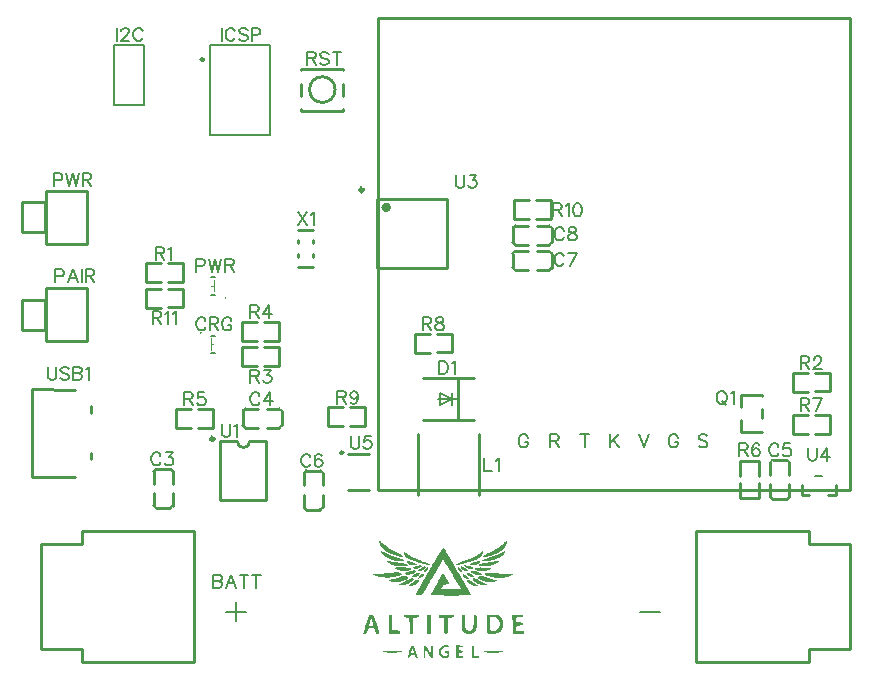
<source format=gto>
G04 Layer: TopSilkLayer*
G04 EasyEDA v6.3.41, 2020-05-05T11:48:15+01:00*
G04 2ec71008dff244c88071119ef016d080,e9fa969840cb4916a94017553220f78b,10*
G04 Gerber Generator version 0.2*
G04 Scale: 100 percent, Rotated: No, Reflected: No *
G04 Dimensions in millimeters *
G04 leading zeros omitted , absolute positions ,3 integer and 3 decimal *
%FSLAX33Y33*%
%MOMM*%
G90*
G71D02*

%ADD10C,0.254000*%
%ADD38C,0.152400*%
%ADD39C,0.127000*%
%ADD40C,0.200000*%
%ADD41C,0.203200*%
%ADD42C,0.202999*%
%ADD43C,0.299999*%
%ADD44C,0.399999*%

%LPD*%

%LPD*%
G36*
G01X28765Y13718D02*
G01X28730Y13732D01*
G01X28709Y13731D01*
G01X28702Y13716D01*
G01X28704Y13663D01*
G01X28710Y13610D01*
G01X28721Y13558D01*
G01X28735Y13505D01*
G01X28754Y13452D01*
G01X28776Y13400D01*
G01X28802Y13348D01*
G01X28832Y13296D01*
G01X28865Y13246D01*
G01X28902Y13196D01*
G01X28942Y13147D01*
G01X28985Y13099D01*
G01X29032Y13052D01*
G01X29082Y13006D01*
G01X29135Y12963D01*
G01X29190Y12920D01*
G01X29249Y12879D01*
G01X29310Y12840D01*
G01X29374Y12802D01*
G01X29440Y12767D01*
G01X29491Y12742D01*
G01X29551Y12715D01*
G01X29617Y12687D01*
G01X29688Y12658D01*
G01X29764Y12628D01*
G01X29843Y12598D01*
G01X29924Y12568D01*
G01X30006Y12539D01*
G01X30170Y12483D01*
G01X30249Y12457D01*
G01X30325Y12433D01*
G01X30397Y12412D01*
G01X30464Y12393D01*
G01X30524Y12377D01*
G01X30577Y12364D01*
G01X30621Y12355D01*
G01X30656Y12349D01*
G01X30681Y12349D01*
G01X30693Y12353D01*
G01X30706Y12370D01*
G01X30712Y12389D01*
G01X30711Y12409D01*
G01X30703Y12431D01*
G01X30688Y12455D01*
G01X30667Y12480D01*
G01X30639Y12507D01*
G01X30604Y12536D01*
G01X30562Y12566D01*
G01X30513Y12598D01*
G01X30458Y12631D01*
G01X30396Y12667D01*
G01X30327Y12704D01*
G01X30251Y12742D01*
G01X30169Y12782D01*
G01X30079Y12823D01*
G01X30025Y12849D01*
G01X29972Y12875D01*
G01X29918Y12902D01*
G01X29865Y12930D01*
G01X29811Y12958D01*
G01X29707Y13018D01*
G01X29656Y13048D01*
G01X29605Y13079D01*
G01X29555Y13111D01*
G01X29506Y13143D01*
G01X29457Y13176D01*
G01X29410Y13209D01*
G01X29363Y13243D01*
G01X29318Y13277D01*
G01X29230Y13345D01*
G01X29188Y13380D01*
G01X29147Y13415D01*
G01X29107Y13450D01*
G01X29019Y13528D01*
G01X28940Y13595D01*
G01X28871Y13648D01*
G01X28812Y13690D01*
G01X28765Y13718D01*
G37*

%LPD*%
G36*
G01X39497Y13730D02*
G01X39484Y13735D01*
G01X39456Y13726D01*
G01X39415Y13702D01*
G01X39362Y13665D01*
G01X39300Y13618D01*
G01X39229Y13560D01*
G01X39153Y13494D01*
G01X39072Y13420D01*
G01X39032Y13383D01*
G01X38991Y13347D01*
G01X38949Y13312D01*
G01X38907Y13276D01*
G01X38819Y13208D01*
G01X38774Y13173D01*
G01X38727Y13140D01*
G01X38681Y13108D01*
G01X38585Y13044D01*
G01X38535Y13013D01*
G01X38486Y12983D01*
G01X38384Y12925D01*
G01X38333Y12897D01*
G01X38281Y12869D01*
G01X38175Y12816D01*
G01X38121Y12791D01*
G01X38027Y12747D01*
G01X37942Y12706D01*
G01X37864Y12667D01*
G01X37795Y12632D01*
G01X37733Y12598D01*
G01X37678Y12567D01*
G01X37632Y12538D01*
G01X37593Y12511D01*
G01X37560Y12486D01*
G01X37535Y12462D01*
G01X37516Y12440D01*
G01X37504Y12420D01*
G01X37498Y12401D01*
G01X37498Y12383D01*
G01X37504Y12367D01*
G01X37517Y12351D01*
G01X37530Y12346D01*
G01X37555Y12346D01*
G01X37591Y12349D01*
G01X37636Y12358D01*
G01X37690Y12369D01*
G01X37751Y12383D01*
G01X37819Y12400D01*
G01X37891Y12420D01*
G01X37968Y12442D01*
G01X38048Y12466D01*
G01X38129Y12491D01*
G01X38212Y12518D01*
G01X38295Y12546D01*
G01X38375Y12574D01*
G01X38454Y12602D01*
G01X38529Y12630D01*
G01X38600Y12658D01*
G01X38665Y12685D01*
G01X38723Y12711D01*
G01X38774Y12735D01*
G01X38836Y12769D01*
G01X38897Y12808D01*
G01X38956Y12850D01*
G01X39015Y12897D01*
G01X39072Y12946D01*
G01X39128Y12998D01*
G01X39181Y13052D01*
G01X39231Y13107D01*
G01X39278Y13165D01*
G01X39322Y13222D01*
G01X39362Y13280D01*
G01X39398Y13338D01*
G01X39429Y13395D01*
G01X39456Y13450D01*
G01X39478Y13504D01*
G01X39494Y13556D01*
G01X39504Y13605D01*
G01X39508Y13650D01*
G01X39506Y13693D01*
G01X39497Y13730D01*
G37*

%LPD*%
G36*
G01X39354Y12860D02*
G01X39322Y12864D01*
G01X39305Y12860D01*
G01X39277Y12849D01*
G01X39237Y12832D01*
G01X39190Y12811D01*
G01X39134Y12785D01*
G01X39073Y12755D01*
G01X39009Y12723D01*
G01X38941Y12688D01*
G01X38905Y12670D01*
G01X38864Y12651D01*
G01X38819Y12630D01*
G01X38771Y12609D01*
G01X38719Y12588D01*
G01X38665Y12566D01*
G01X38609Y12544D01*
G01X38551Y12521D01*
G01X38431Y12477D01*
G01X38370Y12456D01*
G01X38310Y12435D01*
G01X38249Y12415D01*
G01X38190Y12396D01*
G01X38133Y12378D01*
G01X38076Y12361D01*
G01X38003Y12339D01*
G01X37931Y12316D01*
G01X37860Y12292D01*
G01X37792Y12267D01*
G01X37728Y12242D01*
G01X37667Y12218D01*
G01X37611Y12194D01*
G01X37562Y12171D01*
G01X37518Y12148D01*
G01X37482Y12128D01*
G01X37453Y12109D01*
G01X37434Y12092D01*
G01X37402Y12057D01*
G01X37385Y12030D01*
G01X37385Y12012D01*
G01X37407Y12000D01*
G01X37452Y11996D01*
G01X37524Y11996D01*
G01X37627Y12003D01*
G01X37762Y12013D01*
G01X37831Y12019D01*
G01X37900Y12027D01*
G01X37969Y12037D01*
G01X38039Y12048D01*
G01X38108Y12061D01*
G01X38177Y12076D01*
G01X38246Y12093D01*
G01X38313Y12111D01*
G01X38380Y12130D01*
G01X38446Y12150D01*
G01X38511Y12172D01*
G01X38574Y12195D01*
G01X38636Y12219D01*
G01X38697Y12244D01*
G01X38755Y12270D01*
G01X38812Y12297D01*
G01X38866Y12325D01*
G01X38917Y12354D01*
G01X38967Y12384D01*
G01X39014Y12414D01*
G01X39058Y12445D01*
G01X39099Y12476D01*
G01X39136Y12508D01*
G01X39171Y12541D01*
G01X39237Y12611D01*
G01X39291Y12674D01*
G01X39332Y12730D01*
G01X39359Y12777D01*
G01X39372Y12815D01*
G01X39371Y12843D01*
G01X39354Y12860D01*
G37*

%LPD*%
G36*
G01X28907Y12857D02*
G01X28868Y12864D01*
G01X28844Y12863D01*
G01X28836Y12853D01*
G01X28841Y12834D01*
G01X28856Y12806D01*
G01X28879Y12771D01*
G01X28910Y12730D01*
G01X28947Y12684D01*
G01X28991Y12634D01*
G01X29038Y12583D01*
G01X29089Y12530D01*
G01X29127Y12495D01*
G01X29169Y12460D01*
G01X29214Y12425D01*
G01X29263Y12391D01*
G01X29315Y12358D01*
G01X29370Y12325D01*
G01X29427Y12294D01*
G01X29487Y12264D01*
G01X29548Y12234D01*
G01X29612Y12206D01*
G01X29677Y12179D01*
G01X29744Y12154D01*
G01X29812Y12131D01*
G01X29881Y12108D01*
G01X29950Y12088D01*
G01X30019Y12069D01*
G01X30089Y12052D01*
G01X30159Y12038D01*
G01X30228Y12024D01*
G01X30297Y12014D01*
G01X30364Y12006D01*
G01X30431Y11999D01*
G01X30496Y11995D01*
G01X30560Y11994D01*
G01X30624Y11995D01*
G01X30681Y11998D01*
G01X30727Y12003D01*
G01X30766Y12010D01*
G01X30795Y12019D01*
G01X30817Y12029D01*
G01X30829Y12042D01*
G01X30833Y12055D01*
G01X30828Y12071D01*
G01X30815Y12088D01*
G01X30794Y12107D01*
G01X30764Y12127D01*
G01X30726Y12148D01*
G01X30681Y12171D01*
G01X30626Y12196D01*
G01X30564Y12221D01*
G01X30493Y12247D01*
G01X30415Y12275D01*
G01X30329Y12304D01*
G01X30234Y12334D01*
G01X30174Y12353D01*
G01X30111Y12373D01*
G01X30046Y12395D01*
G01X29980Y12418D01*
G01X29913Y12442D01*
G01X29845Y12467D01*
G01X29776Y12493D01*
G01X29709Y12519D01*
G01X29643Y12545D01*
G01X29578Y12571D01*
G01X29515Y12597D01*
G01X29455Y12622D01*
G01X29398Y12647D01*
G01X29344Y12671D01*
G01X29294Y12694D01*
G01X29249Y12716D01*
G01X29166Y12756D01*
G01X29089Y12791D01*
G01X29018Y12820D01*
G01X28957Y12842D01*
G01X28907Y12857D01*
G37*

%LPD*%
G36*
G01X30967Y12716D02*
G01X30782Y12892D01*
G01X30782Y12718D01*
G01X30783Y12685D01*
G01X30787Y12652D01*
G01X30794Y12620D01*
G01X30805Y12588D01*
G01X30817Y12557D01*
G01X30834Y12527D01*
G01X30852Y12497D01*
G01X30875Y12467D01*
G01X30900Y12438D01*
G01X30929Y12409D01*
G01X30961Y12380D01*
G01X30997Y12352D01*
G01X31036Y12324D01*
G01X31079Y12296D01*
G01X31125Y12268D01*
G01X31175Y12241D01*
G01X31229Y12213D01*
G01X31286Y12185D01*
G01X31348Y12157D01*
G01X31413Y12130D01*
G01X31483Y12102D01*
G01X31556Y12074D01*
G01X31634Y12046D01*
G01X31716Y12018D01*
G01X31802Y11989D01*
G01X31893Y11960D01*
G01X31988Y11931D01*
G01X32087Y11901D01*
G01X32170Y11877D01*
G01X32249Y11855D01*
G01X32325Y11834D01*
G01X32396Y11815D01*
G01X32464Y11797D01*
G01X32529Y11782D01*
G01X32589Y11767D01*
G01X32646Y11754D01*
G01X32698Y11743D01*
G01X32747Y11733D01*
G01X32791Y11725D01*
G01X32832Y11719D01*
G01X32868Y11713D01*
G01X32900Y11710D01*
G01X32928Y11708D01*
G01X32951Y11707D01*
G01X32970Y11708D01*
G01X32985Y11710D01*
G01X32996Y11714D01*
G01X33001Y11720D01*
G01X33003Y11726D01*
G01X32999Y11734D01*
G01X32991Y11743D01*
G01X32978Y11754D01*
G01X32961Y11766D01*
G01X32939Y11780D01*
G01X32912Y11795D01*
G01X32880Y11811D01*
G01X32843Y11829D01*
G01X32801Y11848D01*
G01X32754Y11867D01*
G01X32703Y11889D01*
G01X32645Y11912D01*
G01X32583Y11935D01*
G01X32516Y11961D01*
G01X32442Y11987D01*
G01X32359Y12017D01*
G01X32278Y12047D01*
G01X32200Y12076D01*
G01X32124Y12105D01*
G01X32051Y12134D01*
G01X31980Y12162D01*
G01X31912Y12189D01*
G01X31846Y12217D01*
G01X31782Y12244D01*
G01X31720Y12271D01*
G01X31661Y12297D01*
G01X31604Y12323D01*
G01X31549Y12349D01*
G01X31496Y12375D01*
G01X31446Y12400D01*
G01X31397Y12425D01*
G01X31351Y12450D01*
G01X31306Y12475D01*
G01X31264Y12500D01*
G01X31223Y12524D01*
G01X31185Y12549D01*
G01X31148Y12573D01*
G01X31113Y12597D01*
G01X31080Y12621D01*
G01X31049Y12645D01*
G01X31020Y12669D01*
G01X30993Y12692D01*
G01X30967Y12716D01*
G37*

%LPD*%
G36*
G01X37460Y12847D02*
G01X37440Y12862D01*
G01X37412Y12861D01*
G01X37377Y12844D01*
G01X37335Y12812D01*
G01X37289Y12763D01*
G01X37266Y12736D01*
G01X37216Y12684D01*
G01X37188Y12658D01*
G01X37158Y12633D01*
G01X37126Y12608D01*
G01X37092Y12583D01*
G01X37056Y12557D01*
G01X37016Y12532D01*
G01X36975Y12506D01*
G01X36931Y12481D01*
G01X36884Y12455D01*
G01X36834Y12429D01*
G01X36780Y12402D01*
G01X36724Y12375D01*
G01X36664Y12347D01*
G01X36600Y12319D01*
G01X36533Y12289D01*
G01X36462Y12259D01*
G01X36387Y12228D01*
G01X36307Y12196D01*
G01X36223Y12163D01*
G01X36136Y12129D01*
G01X36043Y12093D01*
G01X35900Y12039D01*
G01X35774Y11991D01*
G01X35663Y11948D01*
G01X35567Y11910D01*
G01X35484Y11877D01*
G01X35414Y11848D01*
G01X35356Y11822D01*
G01X35309Y11800D01*
G01X35272Y11781D01*
G01X35245Y11764D01*
G01X35225Y11749D01*
G01X35214Y11736D01*
G01X35208Y11724D01*
G01X35209Y11712D01*
G01X35215Y11701D01*
G01X35225Y11690D01*
G01X35234Y11687D01*
G01X35252Y11687D01*
G01X35278Y11689D01*
G01X35312Y11694D01*
G01X35353Y11702D01*
G01X35400Y11711D01*
G01X35454Y11723D01*
G01X35512Y11736D01*
G01X35576Y11751D01*
G01X35714Y11786D01*
G01X35788Y11805D01*
G01X35864Y11825D01*
G01X35942Y11847D01*
G01X36021Y11868D01*
G01X36181Y11914D01*
G01X36260Y11936D01*
G01X36338Y11960D01*
G01X36414Y11983D01*
G01X36488Y12006D01*
G01X36559Y12028D01*
G01X36626Y12050D01*
G01X36690Y12071D01*
G01X36748Y12091D01*
G01X36802Y12111D01*
G01X36849Y12129D01*
G01X36889Y12145D01*
G01X36955Y12176D01*
G01X37019Y12211D01*
G01X37081Y12251D01*
G01X37140Y12294D01*
G01X37196Y12340D01*
G01X37248Y12390D01*
G01X37295Y12441D01*
G01X37339Y12494D01*
G01X37377Y12549D01*
G01X37410Y12604D01*
G01X37437Y12660D01*
G01X37456Y12716D01*
G01X37470Y12774D01*
G01X37471Y12818D01*
G01X37460Y12847D01*
G37*

%LPD*%
G36*
G01X31086Y12046D02*
G01X31048Y12051D01*
G01X31024Y12048D01*
G01X31011Y12038D01*
G01X31009Y12021D01*
G01X31016Y11997D01*
G01X31030Y11966D01*
G01X31049Y11928D01*
G01X31075Y11886D01*
G01X31105Y11847D01*
G01X31138Y11811D01*
G01X31175Y11779D01*
G01X31216Y11751D01*
G01X31260Y11727D01*
G01X31308Y11706D01*
G01X31359Y11689D01*
G01X31414Y11676D01*
G01X31473Y11667D01*
G01X31535Y11661D01*
G01X31600Y11660D01*
G01X31675Y11661D01*
G01X31739Y11665D01*
G01X31793Y11671D01*
G01X31836Y11679D01*
G01X31869Y11689D01*
G01X31891Y11701D01*
G01X31902Y11715D01*
G01X31903Y11731D01*
G01X31894Y11748D01*
G01X31873Y11767D01*
G01X31842Y11788D01*
G01X31801Y11811D01*
G01X31750Y11834D01*
G01X31688Y11860D01*
G01X31615Y11886D01*
G01X31532Y11914D01*
G01X31404Y11955D01*
G01X31296Y11989D01*
G01X31208Y12015D01*
G01X31139Y12035D01*
G01X31086Y12046D01*
G37*

%LPD*%
G36*
G01X37180Y12051D02*
G01X37151Y12052D01*
G01X37113Y12048D01*
G01X37067Y12040D01*
G01X37011Y12025D01*
G01X36944Y12006D01*
G01X36865Y11982D01*
G01X36775Y11952D01*
G01X36671Y11916D01*
G01X36596Y11889D01*
G01X36530Y11862D01*
G01X36474Y11837D01*
G01X36427Y11813D01*
G01X36390Y11791D01*
G01X36362Y11769D01*
G01X36344Y11750D01*
G01X36336Y11732D01*
G01X36337Y11716D01*
G01X36347Y11701D01*
G01X36368Y11689D01*
G01X36398Y11678D01*
G01X36438Y11670D01*
G01X36488Y11664D01*
G01X36547Y11660D01*
G01X36616Y11659D01*
G01X36680Y11663D01*
G01X36747Y11674D01*
G01X36815Y11692D01*
G01X36884Y11716D01*
G01X36950Y11744D01*
G01X37013Y11777D01*
G01X37071Y11812D01*
G01X37122Y11849D01*
G01X37165Y11887D01*
G01X37197Y11926D01*
G01X37218Y11963D01*
G01X37225Y11999D01*
G01X37223Y12019D01*
G01X37215Y12034D01*
G01X37200Y12045D01*
G01X37180Y12051D01*
G37*

%LPD*%
G36*
G01X38834Y12040D02*
G01X38836Y12051D01*
G01X38824Y12049D01*
G01X38799Y12045D01*
G01X38761Y12039D01*
G01X38713Y12032D01*
G01X38653Y12023D01*
G01X38585Y12013D01*
G01X38507Y12002D01*
G01X38423Y11989D01*
G01X38332Y11976D01*
G01X38235Y11962D01*
G01X38134Y11947D01*
G01X38028Y11932D01*
G01X37923Y11916D01*
G01X37821Y11900D01*
G01X37722Y11884D01*
G01X37628Y11868D01*
G01X37540Y11853D01*
G01X37458Y11837D01*
G01X37385Y11823D01*
G01X37320Y11809D01*
G01X37266Y11797D01*
G01X37223Y11786D01*
G01X37191Y11776D01*
G01X37173Y11768D01*
G01X37133Y11741D01*
G01X37106Y11716D01*
G01X37092Y11692D01*
G01X37091Y11671D01*
G01X37103Y11653D01*
G01X37128Y11637D01*
G01X37166Y11623D01*
G01X37216Y11612D01*
G01X37279Y11603D01*
G01X37355Y11597D01*
G01X37443Y11593D01*
G01X37544Y11592D01*
G01X37626Y11593D01*
G01X37705Y11595D01*
G01X37781Y11598D01*
G01X37854Y11603D01*
G01X37924Y11609D01*
G01X37991Y11617D01*
G01X38056Y11627D01*
G01X38118Y11638D01*
G01X38177Y11650D01*
G01X38234Y11664D01*
G01X38288Y11679D01*
G01X38340Y11697D01*
G01X38390Y11716D01*
G01X38438Y11736D01*
G01X38484Y11758D01*
G01X38527Y11782D01*
G01X38569Y11807D01*
G01X38609Y11834D01*
G01X38648Y11864D01*
G01X38685Y11894D01*
G01X38754Y11957D01*
G01X38805Y12008D01*
G01X38834Y12040D01*
G37*

%LPD*%
G36*
G01X30151Y11930D02*
G01X29352Y12039D01*
G01X29530Y11885D01*
G01X29567Y11856D01*
G01X29605Y11828D01*
G01X29644Y11801D01*
G01X29686Y11776D01*
G01X29730Y11754D01*
G01X29775Y11732D01*
G01X29823Y11712D01*
G01X29873Y11694D01*
G01X29925Y11677D01*
G01X29979Y11663D01*
G01X30036Y11649D01*
G01X30095Y11637D01*
G01X30157Y11626D01*
G01X30221Y11617D01*
G01X30288Y11609D01*
G01X30358Y11603D01*
G01X30430Y11598D01*
G01X30505Y11595D01*
G01X30584Y11593D01*
G01X30664Y11592D01*
G01X30766Y11593D01*
G01X30854Y11597D01*
G01X30930Y11603D01*
G01X30993Y11612D01*
G01X31043Y11623D01*
G01X31080Y11637D01*
G01X31105Y11653D01*
G01X31117Y11672D01*
G01X31116Y11693D01*
G01X31101Y11716D01*
G01X31074Y11742D01*
G01X31034Y11770D01*
G01X31021Y11776D01*
G01X31001Y11783D01*
G01X30973Y11790D01*
G01X30938Y11799D01*
G01X30897Y11808D01*
G01X30850Y11818D01*
G01X30798Y11828D01*
G01X30740Y11838D01*
G01X30678Y11850D01*
G01X30611Y11861D01*
G01X30541Y11872D01*
G01X30468Y11884D01*
G01X30392Y11896D01*
G01X30313Y11908D01*
G01X30233Y11919D01*
G01X30151Y11930D01*
G37*

%LPD*%
G36*
G01X32243Y11651D02*
G01X32149Y11653D01*
G01X32106Y11650D01*
G01X32057Y11645D01*
G01X32005Y11638D01*
G01X31949Y11630D01*
G01X31893Y11619D01*
G01X31838Y11608D01*
G01X31786Y11596D01*
G01X31738Y11583D01*
G01X31653Y11557D01*
G01X31590Y11534D01*
G01X31550Y11512D01*
G01X31532Y11490D01*
G01X31535Y11470D01*
G01X31560Y11448D01*
G01X31605Y11424D01*
G01X31671Y11397D01*
G01X31716Y11384D01*
G01X31766Y11378D01*
G01X31819Y11376D01*
G01X31873Y11380D01*
G01X31930Y11389D01*
G01X31986Y11403D01*
G01X32041Y11420D01*
G01X32094Y11442D01*
G01X32144Y11468D01*
G01X32189Y11497D01*
G01X32229Y11529D01*
G01X32263Y11563D01*
G01X32295Y11611D01*
G01X32291Y11639D01*
G01X32243Y11651D01*
G37*

%LPD*%
G36*
G01X36003Y11657D02*
G01X35951Y11659D01*
G01X35917Y11656D01*
G01X35901Y11646D01*
G01X35899Y11630D01*
G01X35912Y11607D01*
G01X35935Y11576D01*
G01X35977Y11532D01*
G01X36023Y11491D01*
G01X36074Y11456D01*
G01X36127Y11425D01*
G01X36183Y11400D01*
G01X36241Y11380D01*
G01X36298Y11366D01*
G01X36355Y11358D01*
G01X36411Y11356D01*
G01X36464Y11361D01*
G01X36513Y11374D01*
G01X36558Y11392D01*
G01X36633Y11437D01*
G01X36664Y11470D01*
G01X36653Y11499D01*
G01X36603Y11533D01*
G01X36575Y11546D01*
G01X36536Y11560D01*
G01X36488Y11574D01*
G01X36433Y11588D01*
G01X36372Y11602D01*
G01X36307Y11615D01*
G01X36240Y11627D01*
G01X36173Y11637D01*
G01X36077Y11649D01*
G01X36003Y11657D01*
G37*

%LPD*%
G36*
G01X30736Y11490D02*
G01X30647Y11491D01*
G01X30495Y11490D01*
G01X30369Y11490D01*
G01X30266Y11488D01*
G01X30185Y11486D01*
G01X30125Y11481D01*
G01X30083Y11474D01*
G01X30057Y11465D01*
G01X30046Y11451D01*
G01X30048Y11435D01*
G01X30060Y11415D01*
G01X30082Y11390D01*
G01X30112Y11360D01*
G01X30139Y11337D01*
G01X30175Y11315D01*
G01X30216Y11295D01*
G01X30265Y11277D01*
G01X30318Y11260D01*
G01X30376Y11245D01*
G01X30439Y11232D01*
G01X30504Y11220D01*
G01X30572Y11211D01*
G01X30642Y11203D01*
G01X30713Y11198D01*
G01X30784Y11195D01*
G01X30855Y11193D01*
G01X30925Y11195D01*
G01X30992Y11198D01*
G01X31058Y11204D01*
G01X31120Y11212D01*
G01X31178Y11223D01*
G01X31231Y11236D01*
G01X31280Y11253D01*
G01X31321Y11270D01*
G01X31357Y11287D01*
G01X31386Y11303D01*
G01X31409Y11319D01*
G01X31425Y11334D01*
G01X31436Y11349D01*
G01X31440Y11362D01*
G01X31439Y11376D01*
G01X31430Y11389D01*
G01X31417Y11402D01*
G01X31398Y11413D01*
G01X31373Y11424D01*
G01X31342Y11434D01*
G01X31306Y11444D01*
G01X31263Y11452D01*
G01X31216Y11460D01*
G01X31163Y11467D01*
G01X31105Y11473D01*
G01X31041Y11478D01*
G01X30972Y11483D01*
G01X30899Y11486D01*
G01X30819Y11489D01*
G01X30736Y11490D01*
G37*

%LPD*%
G36*
G01X37336Y11481D02*
G01X37259Y11482D01*
G01X37188Y11481D01*
G01X37123Y11479D01*
G01X37065Y11475D01*
G01X37012Y11470D01*
G01X36965Y11463D01*
G01X36925Y11455D01*
G01X36891Y11445D01*
G01X36863Y11434D01*
G01X36842Y11421D01*
G01X36786Y11376D01*
G01X36771Y11342D01*
G01X36800Y11308D01*
G01X36873Y11265D01*
G01X36909Y11248D01*
G01X36952Y11234D01*
G01X37001Y11221D01*
G01X37056Y11211D01*
G01X37114Y11203D01*
G01X37176Y11196D01*
G01X37242Y11192D01*
G01X37310Y11190D01*
G01X37380Y11189D01*
G01X37450Y11190D01*
G01X37521Y11194D01*
G01X37592Y11199D01*
G01X37661Y11205D01*
G01X37728Y11214D01*
G01X37792Y11225D01*
G01X37853Y11237D01*
G01X37911Y11251D01*
G01X37963Y11266D01*
G01X38010Y11284D01*
G01X38050Y11303D01*
G01X38093Y11326D01*
G01X38129Y11346D01*
G01X38158Y11364D01*
G01X38178Y11380D01*
G01X38189Y11393D01*
G01X38190Y11405D01*
G01X38181Y11415D01*
G01X38161Y11424D01*
G01X38128Y11432D01*
G01X38083Y11439D01*
G01X38025Y11446D01*
G01X37953Y11451D01*
G01X37866Y11457D01*
G01X37763Y11463D01*
G01X37644Y11469D01*
G01X37508Y11476D01*
G01X37419Y11479D01*
G01X37336Y11481D01*
G37*

%LPD*%
G36*
G01X35657Y11584D02*
G01X35625Y11589D01*
G01X35601Y11586D01*
G01X35586Y11576D01*
G01X35580Y11558D01*
G01X35582Y11533D01*
G01X35594Y11500D01*
G01X35613Y11459D01*
G01X35650Y11402D01*
G01X35696Y11349D01*
G01X35748Y11304D01*
G01X35807Y11264D01*
G01X35871Y11232D01*
G01X35938Y11209D01*
G01X36009Y11194D01*
G01X36080Y11189D01*
G01X36127Y11191D01*
G01X36164Y11196D01*
G01X36190Y11206D01*
G01X36206Y11219D01*
G01X36211Y11236D01*
G01X36206Y11256D01*
G01X36190Y11280D01*
G01X36165Y11307D01*
G01X36128Y11337D01*
G01X36081Y11370D01*
G01X36024Y11406D01*
G01X35957Y11445D01*
G01X35879Y11488D01*
G01X35809Y11523D01*
G01X35749Y11551D01*
G01X35699Y11572D01*
G01X35657Y11584D01*
G37*

%LPD*%
G36*
G01X32603Y11584D02*
G01X32546Y11587D01*
G01X32483Y11574D01*
G01X32398Y11541D01*
G01X32303Y11494D01*
G01X32209Y11436D01*
G01X32125Y11377D01*
G01X32063Y11326D01*
G01X32021Y11283D01*
G01X32001Y11249D01*
G01X32001Y11222D01*
G01X32023Y11203D01*
G01X32065Y11192D01*
G01X32128Y11189D01*
G01X32200Y11194D01*
G01X32270Y11209D01*
G01X32337Y11232D01*
G01X32401Y11264D01*
G01X32460Y11304D01*
G01X32513Y11349D01*
G01X32558Y11402D01*
G01X32595Y11459D01*
G01X32626Y11526D01*
G01X32629Y11565D01*
G01X32603Y11584D01*
G37*

%LPD*%
G36*
G01X35403Y11517D02*
G01X35377Y11517D01*
G01X35359Y11503D01*
G01X35349Y11475D01*
G01X35346Y11434D01*
G01X35355Y11390D01*
G01X35381Y11340D01*
G01X35419Y11288D01*
G01X35466Y11237D01*
G01X35518Y11192D01*
G01X35572Y11155D01*
G01X35624Y11131D01*
G01X35670Y11122D01*
G01X35708Y11126D01*
G01X35733Y11139D01*
G01X35744Y11161D01*
G01X35741Y11190D01*
G01X35724Y11227D01*
G01X35694Y11271D01*
G01X35650Y11321D01*
G01X35593Y11378D01*
G01X35531Y11434D01*
G01X35479Y11476D01*
G01X35436Y11504D01*
G01X35403Y11517D01*
G37*

%LPD*%
G36*
G01X32833Y11538D02*
G01X32797Y11542D01*
G01X32738Y11500D01*
G01X32645Y11408D01*
G01X32576Y11334D01*
G01X32524Y11273D01*
G01X32489Y11223D01*
G01X32470Y11185D01*
G01X32467Y11156D01*
G01X32479Y11136D01*
G01X32507Y11125D01*
G01X32550Y11122D01*
G01X32602Y11132D01*
G01X32656Y11161D01*
G01X32710Y11204D01*
G01X32760Y11258D01*
G01X32803Y11317D01*
G01X32834Y11379D01*
G01X32852Y11438D01*
G01X32852Y11490D01*
G01X32833Y11538D01*
G37*

%LPD*%
G36*
G01X31657Y11245D02*
G01X31618Y11247D01*
G01X31572Y11244D01*
G01X31519Y11235D01*
G01X31457Y11220D01*
G01X31388Y11200D01*
G01X31310Y11174D01*
G01X31222Y11142D01*
G01X31124Y11104D01*
G01X31007Y11058D01*
G01X30920Y11022D01*
G01X30864Y10994D01*
G01X30834Y10972D01*
G01X30828Y10954D01*
G01X30846Y10938D01*
G01X30885Y10920D01*
G01X30942Y10900D01*
G01X30993Y10886D01*
G01X31046Y10877D01*
G01X31103Y10872D01*
G01X31161Y10871D01*
G01X31221Y10874D01*
G01X31282Y10880D01*
G01X31342Y10890D01*
G01X31401Y10902D01*
G01X31458Y10917D01*
G01X31512Y10935D01*
G01X31564Y10954D01*
G01X31611Y10976D01*
G01X31655Y10999D01*
G01X31692Y11023D01*
G01X31723Y11049D01*
G01X31747Y11075D01*
G01X31763Y11102D01*
G01X31771Y11130D01*
G01X31769Y11157D01*
G01X31758Y11184D01*
G01X31740Y11208D01*
G01X31717Y11225D01*
G01X31690Y11238D01*
G01X31657Y11245D01*
G37*

%LPD*%
G36*
G01X36610Y11223D02*
G01X36569Y11223D01*
G01X36533Y11218D01*
G01X36503Y11210D01*
G01X36458Y11188D01*
G01X36432Y11164D01*
G01X36425Y11137D01*
G01X36437Y11108D01*
G01X36468Y11075D01*
G01X36520Y11039D01*
G01X36592Y11000D01*
G01X36684Y10956D01*
G01X36754Y10927D01*
G01X36820Y10903D01*
G01X36884Y10886D01*
G01X36946Y10875D01*
G01X37008Y10870D01*
G01X37071Y10870D01*
G01X37136Y10876D01*
G01X37204Y10886D01*
G01X37460Y10937D01*
G01X37191Y11052D01*
G01X37110Y11086D01*
G01X37032Y11117D01*
G01X36958Y11143D01*
G01X36889Y11166D01*
G01X36823Y11185D01*
G01X36763Y11200D01*
G01X36707Y11212D01*
G01X36656Y11219D01*
G01X36610Y11223D01*
G37*

%LPD*%
G36*
G01X36260Y11046D02*
G01X36215Y11051D01*
G01X36177Y11043D01*
G01X36146Y11024D01*
G01X36121Y10993D01*
G01X36115Y10967D01*
G01X36124Y10936D01*
G01X36146Y10901D01*
G01X36178Y10864D01*
G01X36220Y10825D01*
G01X36269Y10788D01*
G01X36322Y10752D01*
G01X36379Y10720D01*
G01X36437Y10692D01*
G01X36493Y10671D01*
G01X36548Y10657D01*
G01X36596Y10652D01*
G01X36667Y10655D01*
G01X36715Y10666D01*
G01X36741Y10684D01*
G01X36744Y10711D01*
G01X36725Y10745D01*
G01X36684Y10789D01*
G01X36619Y10841D01*
G01X36532Y10904D01*
G01X36449Y10958D01*
G01X36376Y11000D01*
G01X36313Y11029D01*
G01X36260Y11046D01*
G37*

%LPD*%
G36*
G01X32062Y11045D02*
G01X32029Y11050D01*
G01X31991Y11049D01*
G01X31947Y11040D01*
G01X31899Y11026D01*
G01X31847Y11005D01*
G01X31791Y10977D01*
G01X31732Y10944D01*
G01X31671Y10904D01*
G01X31588Y10842D01*
G01X31526Y10790D01*
G01X31485Y10747D01*
G01X31465Y10712D01*
G01X31465Y10685D01*
G01X31486Y10666D01*
G01X31528Y10655D01*
G01X31590Y10652D01*
G01X31643Y10656D01*
G01X31700Y10666D01*
G01X31759Y10683D01*
G01X31819Y10705D01*
G01X31877Y10732D01*
G01X31933Y10761D01*
G01X31985Y10792D01*
G01X32031Y10826D01*
G01X32069Y10860D01*
G01X32098Y10893D01*
G01X32118Y10926D01*
G01X32124Y10956D01*
G01X32120Y10988D01*
G01X32108Y11014D01*
G01X32088Y11033D01*
G01X32062Y11045D01*
G37*

%LPD*%
G36*
G01X30284Y11107D02*
G01X30235Y11107D01*
G01X30179Y11103D01*
G01X30113Y11095D01*
G01X30036Y11082D01*
G01X29946Y11065D01*
G01X29842Y11043D01*
G01X29808Y11037D01*
G01X29767Y11030D01*
G01X29721Y11024D01*
G01X29669Y11018D01*
G01X29612Y11012D01*
G01X29552Y11006D01*
G01X29487Y11000D01*
G01X29420Y10995D01*
G01X29350Y10990D01*
G01X29278Y10985D01*
G01X29203Y10981D01*
G01X29129Y10977D01*
G01X28977Y10971D01*
G01X28902Y10969D01*
G01X28829Y10967D01*
G01X28700Y10964D01*
G01X28589Y10961D01*
G01X28493Y10957D01*
G01X28411Y10952D01*
G01X28344Y10947D01*
G01X28291Y10941D01*
G01X28251Y10934D01*
G01X28223Y10925D01*
G01X28207Y10916D01*
G01X28203Y10905D01*
G01X28208Y10893D01*
G01X28224Y10879D01*
G01X28259Y10857D01*
G01X28296Y10836D01*
G01X28336Y10815D01*
G01X28378Y10796D01*
G01X28423Y10777D01*
G01X28469Y10760D01*
G01X28517Y10744D01*
G01X28567Y10728D01*
G01X28620Y10714D01*
G01X28674Y10701D01*
G01X28728Y10689D01*
G01X28785Y10678D01*
G01X28843Y10668D01*
G01X28903Y10659D01*
G01X28963Y10651D01*
G01X29024Y10644D01*
G01X29086Y10639D01*
G01X29149Y10634D01*
G01X29212Y10631D01*
G01X29340Y10627D01*
G01X29405Y10628D01*
G01X29469Y10629D01*
G01X29534Y10631D01*
G01X29599Y10635D01*
G01X29663Y10640D01*
G01X29727Y10646D01*
G01X29791Y10653D01*
G01X29854Y10661D01*
G01X29917Y10670D01*
G01X29978Y10681D01*
G01X30039Y10693D01*
G01X30099Y10706D01*
G01X30157Y10720D01*
G01X30215Y10736D01*
G01X30271Y10753D01*
G01X30666Y10877D01*
G01X30515Y10999D01*
G01X30476Y11030D01*
G01X30439Y11056D01*
G01X30403Y11076D01*
G01X30367Y11091D01*
G01X30328Y11101D01*
G01X30284Y11107D01*
G37*

%LPD*%
G36*
G01X38092Y11054D02*
G01X38026Y11055D01*
G01X37966Y11054D01*
G01X37913Y11051D01*
G01X37867Y11047D01*
G01X37828Y11041D01*
G01X37797Y11033D01*
G01X37749Y11015D01*
G01X37711Y10997D01*
G01X37682Y10979D01*
G01X37662Y10960D01*
G01X37651Y10941D01*
G01X37649Y10921D01*
G01X37657Y10901D01*
G01X37673Y10880D01*
G01X37699Y10859D01*
G01X37734Y10838D01*
G01X37778Y10815D01*
G01X37831Y10793D01*
G01X37894Y10770D01*
G01X37965Y10747D01*
G01X38046Y10723D01*
G01X38136Y10698D01*
G01X38198Y10683D01*
G01X38260Y10669D01*
G01X38323Y10656D01*
G01X38385Y10645D01*
G01X38448Y10635D01*
G01X38511Y10626D01*
G01X38575Y10619D01*
G01X38638Y10613D01*
G01X38764Y10605D01*
G01X38827Y10603D01*
G01X38889Y10602D01*
G01X38951Y10603D01*
G01X39073Y10609D01*
G01X39193Y10619D01*
G01X39252Y10627D01*
G01X39309Y10635D01*
G01X39366Y10645D01*
G01X39422Y10656D01*
G01X39476Y10669D01*
G01X39530Y10683D01*
G01X39581Y10697D01*
G01X39632Y10714D01*
G01X39681Y10732D01*
G01X39729Y10750D01*
G01X39775Y10771D01*
G01X40077Y10909D01*
G01X39641Y10919D01*
G01X39594Y10920D01*
G01X39541Y10923D01*
G01X39484Y10926D01*
G01X39423Y10930D01*
G01X39359Y10934D01*
G01X39292Y10939D01*
G01X39223Y10944D01*
G01X39152Y10950D01*
G01X39080Y10957D01*
G01X39007Y10963D01*
G01X38935Y10970D01*
G01X38791Y10986D01*
G01X38721Y10994D01*
G01X38654Y11002D01*
G01X38589Y11010D01*
G01X38496Y11022D01*
G01X38407Y11032D01*
G01X38321Y11040D01*
G01X38240Y11046D01*
G01X38164Y11051D01*
G01X38092Y11054D01*
G37*

%LPD*%
G36*
G01X32419Y10919D02*
G01X32374Y10923D01*
G01X32318Y10913D01*
G01X32256Y10891D01*
G01X32192Y10857D01*
G01X32130Y10812D01*
G01X32075Y10758D01*
G01X32023Y10692D01*
G01X31985Y10633D01*
G01X31966Y10588D01*
G01X31968Y10561D01*
G01X31995Y10549D01*
G01X32032Y10548D01*
G01X32078Y10558D01*
G01X32131Y10577D01*
G01X32187Y10603D01*
G01X32244Y10635D01*
G01X32299Y10672D01*
G01X32350Y10711D01*
G01X32394Y10752D01*
G01X32429Y10791D01*
G01X32452Y10830D01*
G01X32460Y10864D01*
G01X32449Y10900D01*
G01X32419Y10919D01*
G37*

%LPD*%
G36*
G01X35908Y10906D02*
G01X35832Y10917D01*
G01X35772Y10904D01*
G01X35748Y10866D01*
G01X35757Y10819D01*
G01X35779Y10771D01*
G01X35815Y10723D01*
G01X35862Y10677D01*
G01X35917Y10634D01*
G01X35980Y10597D01*
G01X36047Y10566D01*
G01X36118Y10545D01*
G01X36319Y10497D01*
G01X36185Y10658D01*
G01X36127Y10725D01*
G01X36070Y10787D01*
G01X36020Y10837D01*
G01X35983Y10869D01*
G01X35908Y10906D01*
G37*

%LPD*%
G36*
G01X30899Y10773D02*
G01X30832Y10781D01*
G01X30765Y10780D01*
G01X30699Y10770D01*
G01X30638Y10750D01*
G01X30581Y10720D01*
G01X30551Y10705D01*
G01X30503Y10686D01*
G01X30441Y10664D01*
G01X30367Y10641D01*
G01X30282Y10616D01*
G01X30190Y10591D01*
G01X30093Y10565D01*
G01X29993Y10541D01*
G01X29896Y10517D01*
G01X29804Y10492D01*
G01X29722Y10468D01*
G01X29650Y10445D01*
G01X29591Y10423D01*
G01X29545Y10404D01*
G01X29517Y10388D01*
G01X29507Y10375D01*
G01X29513Y10360D01*
G01X29533Y10346D01*
G01X29563Y10332D01*
G01X29603Y10319D01*
G01X29651Y10307D01*
G01X29707Y10296D01*
G01X29769Y10286D01*
G01X29836Y10278D01*
G01X29906Y10271D01*
G01X29979Y10266D01*
G01X30052Y10262D01*
G01X30125Y10261D01*
G01X30197Y10261D01*
G01X30265Y10264D01*
G01X30330Y10269D01*
G01X30389Y10276D01*
G01X30449Y10288D01*
G01X30516Y10304D01*
G01X30587Y10325D01*
G01X30661Y10348D01*
G01X30736Y10374D01*
G01X30807Y10402D01*
G01X30875Y10431D01*
G01X30936Y10460D01*
G01X31021Y10504D01*
G01X31085Y10540D01*
G01X31128Y10569D01*
G01X31152Y10594D01*
G01X31158Y10616D01*
G01X31148Y10639D01*
G01X31123Y10664D01*
G01X31085Y10693D01*
G01X31027Y10729D01*
G01X30964Y10756D01*
G01X30899Y10773D01*
G37*

%LPD*%
G36*
G01X37348Y10785D02*
G01X37334Y10786D01*
G01X37291Y10779D01*
G01X37238Y10759D01*
G01X37180Y10729D01*
G01X37124Y10693D01*
G01X37086Y10663D01*
G01X37063Y10638D01*
G01X37056Y10614D01*
G01X37068Y10588D01*
G01X37101Y10559D01*
G01X37156Y10524D01*
G01X37236Y10480D01*
G01X37344Y10425D01*
G01X37407Y10394D01*
G01X37468Y10366D01*
G01X37527Y10342D01*
G01X37585Y10321D01*
G01X37642Y10303D01*
G01X37699Y10289D01*
G01X37757Y10276D01*
G01X37816Y10267D01*
G01X37877Y10261D01*
G01X37940Y10256D01*
G01X38008Y10254D01*
G01X38078Y10254D01*
G01X38156Y10256D01*
G01X38230Y10259D01*
G01X38301Y10265D01*
G01X38367Y10271D01*
G01X38429Y10279D01*
G01X38486Y10288D01*
G01X38536Y10297D01*
G01X38581Y10308D01*
G01X38618Y10319D01*
G01X38648Y10331D01*
G01X38669Y10342D01*
G01X38682Y10355D01*
G01X38686Y10367D01*
G01X38679Y10379D01*
G01X38662Y10391D01*
G01X38634Y10402D01*
G01X38540Y10432D01*
G01X38446Y10463D01*
G01X38264Y10521D01*
G01X38175Y10549D01*
G01X38088Y10576D01*
G01X38005Y10601D01*
G01X37924Y10626D01*
G01X37847Y10649D01*
G01X37773Y10671D01*
G01X37704Y10691D01*
G01X37639Y10710D01*
G01X37579Y10727D01*
G01X37525Y10742D01*
G01X37477Y10755D01*
G01X37435Y10766D01*
G01X37398Y10775D01*
G01X37370Y10781D01*
G01X37348Y10785D01*
G37*

%LPD*%
G36*
G01X36773Y10582D02*
G01X36755Y10585D01*
G01X36736Y10580D01*
G01X36706Y10567D01*
G01X36672Y10550D01*
G01X36636Y10528D01*
G01X36614Y10510D01*
G01X36603Y10488D01*
G01X36602Y10464D01*
G01X36612Y10437D01*
G01X36633Y10407D01*
G01X36664Y10374D01*
G01X36706Y10339D01*
G01X36758Y10301D01*
G01X36820Y10261D01*
G01X36894Y10217D01*
G01X36977Y10171D01*
G01X37071Y10123D01*
G01X37125Y10098D01*
G01X37182Y10075D01*
G01X37242Y10055D01*
G01X37304Y10036D01*
G01X37368Y10020D01*
G01X37431Y10006D01*
G01X37493Y9995D01*
G01X37552Y9987D01*
G01X37609Y9981D01*
G01X37661Y9978D01*
G01X37708Y9979D01*
G01X37749Y9982D01*
G01X37782Y9989D01*
G01X37807Y9999D01*
G01X37822Y10013D01*
G01X37827Y10031D01*
G01X37819Y10041D01*
G01X37798Y10058D01*
G01X37765Y10080D01*
G01X37722Y10107D01*
G01X37669Y10138D01*
G01X37609Y10172D01*
G01X37542Y10209D01*
G01X37471Y10247D01*
G01X37396Y10287D01*
G01X37242Y10367D01*
G01X37165Y10405D01*
G01X37091Y10442D01*
G01X37021Y10476D01*
G01X36955Y10507D01*
G01X36896Y10533D01*
G01X36845Y10555D01*
G01X36804Y10571D01*
G01X36773Y10582D01*
G37*

%LPD*%
G36*
G01X31502Y10567D02*
G01X31478Y10571D01*
G01X31449Y10570D01*
G01X31414Y10561D01*
G01X31368Y10546D01*
G01X31310Y10522D01*
G01X31237Y10489D01*
G01X31147Y10447D01*
G01X31035Y10394D01*
G01X30901Y10330D01*
G01X30796Y10279D01*
G01X30699Y10229D01*
G01X30611Y10182D01*
G01X30534Y10140D01*
G01X30470Y10102D01*
G01X30422Y10070D01*
G01X30392Y10046D01*
G01X30380Y10031D01*
G01X30386Y10013D01*
G01X30401Y9999D01*
G01X30426Y9989D01*
G01X30460Y9982D01*
G01X30500Y9979D01*
G01X30547Y9978D01*
G01X30599Y9981D01*
G01X30656Y9987D01*
G01X30716Y9995D01*
G01X30778Y10006D01*
G01X30841Y10020D01*
G01X30904Y10036D01*
G01X30966Y10055D01*
G01X31027Y10075D01*
G01X31084Y10098D01*
G01X31137Y10123D01*
G01X31231Y10171D01*
G01X31315Y10217D01*
G01X31388Y10261D01*
G01X31450Y10301D01*
G01X31503Y10339D01*
G01X31544Y10374D01*
G01X31575Y10407D01*
G01X31596Y10437D01*
G01X31606Y10464D01*
G01X31605Y10488D01*
G01X31594Y10510D01*
G01X31572Y10528D01*
G01X31546Y10545D01*
G01X31523Y10558D01*
G01X31502Y10567D01*
G37*

%LPD*%
G36*
G01X36283Y10443D02*
G01X36240Y10449D01*
G01X36203Y10447D01*
G01X36171Y10436D01*
G01X36144Y10418D01*
G01X36123Y10392D01*
G01X36116Y10366D01*
G01X36122Y10335D01*
G01X36141Y10301D01*
G01X36171Y10264D01*
G01X36210Y10225D01*
G01X36257Y10185D01*
G01X36312Y10145D01*
G01X36372Y10105D01*
G01X36437Y10067D01*
G01X36504Y10031D01*
G01X36573Y9999D01*
G01X36643Y9971D01*
G01X36711Y9947D01*
G01X36776Y9929D01*
G01X36838Y9918D01*
G01X36894Y9914D01*
G01X37104Y9914D01*
G01X36747Y10182D01*
G01X36663Y10243D01*
G01X36585Y10297D01*
G01X36513Y10342D01*
G01X36447Y10379D01*
G01X36387Y10408D01*
G01X36332Y10430D01*
G01X36283Y10443D01*
G37*

%LPD*%
G36*
G01X32008Y10444D02*
G01X31970Y10448D01*
G01X31927Y10443D01*
G01X31879Y10431D01*
G01X31824Y10410D01*
G01X31764Y10381D01*
G01X31698Y10343D01*
G01X31625Y10298D01*
G01X31546Y10244D01*
G01X31461Y10182D01*
G01X31104Y9914D01*
G01X31335Y9914D01*
G01X31387Y9918D01*
G01X31444Y9929D01*
G01X31505Y9947D01*
G01X31570Y9972D01*
G01X31637Y10000D01*
G01X31704Y10033D01*
G01X31770Y10069D01*
G01X31834Y10107D01*
G01X31894Y10146D01*
G01X31949Y10186D01*
G01X31997Y10226D01*
G01X32037Y10264D01*
G01X32068Y10300D01*
G01X32087Y10333D01*
G01X32095Y10362D01*
G01X32089Y10386D01*
G01X32068Y10413D01*
G01X32041Y10433D01*
G01X32008Y10444D01*
G37*

%LPD*%
G36*
G01X34149Y13164D02*
G01X34142Y13164D01*
G01X34133Y13162D01*
G01X34124Y13157D01*
G01X34114Y13151D01*
G01X34103Y13142D01*
G01X34090Y13131D01*
G01X34077Y13118D01*
G01X34062Y13102D01*
G01X34047Y13084D01*
G01X34030Y13062D01*
G01X34012Y13038D01*
G01X33992Y13011D01*
G01X33970Y12982D01*
G01X33948Y12949D01*
G01X33923Y12913D01*
G01X33897Y12874D01*
G01X33870Y12831D01*
G01X33840Y12785D01*
G01X33809Y12735D01*
G01X33776Y12682D01*
G01X33740Y12625D01*
G01X33703Y12564D01*
G01X33664Y12499D01*
G01X33622Y12430D01*
G01X33579Y12357D01*
G01X33533Y12280D01*
G01X33485Y12199D01*
G01X33434Y12113D01*
G01X33381Y12023D01*
G01X33325Y11928D01*
G01X33267Y11828D01*
G01X33206Y11724D01*
G01X33142Y11614D01*
G01X33076Y11501D01*
G01X33007Y11381D01*
G01X32935Y11257D01*
G01X32882Y11165D01*
G01X32778Y10985D01*
G01X32727Y10897D01*
G01X32677Y10809D01*
G01X32627Y10723D01*
G01X32579Y10639D01*
G01X32531Y10556D01*
G01X32484Y10474D01*
G01X32438Y10394D01*
G01X32394Y10315D01*
G01X32350Y10239D01*
G01X32308Y10165D01*
G01X32267Y10092D01*
G01X32227Y10022D01*
G01X32189Y9954D01*
G01X32152Y9888D01*
G01X32116Y9825D01*
G01X32082Y9764D01*
G01X32049Y9705D01*
G01X32018Y9649D01*
G01X31989Y9597D01*
G01X31961Y9546D01*
G01X31935Y9499D01*
G01X31911Y9455D01*
G01X31889Y9414D01*
G01X31868Y9376D01*
G01X31850Y9342D01*
G01X31834Y9311D01*
G01X31820Y9283D01*
G01X31807Y9259D01*
G01X31789Y9223D01*
G01X31784Y9210D01*
G01X31780Y9201D01*
G01X31779Y9197D01*
G01X31800Y9171D01*
G01X31851Y9151D01*
G01X31923Y9135D01*
G01X32007Y9126D01*
G01X32095Y9122D01*
G01X32179Y9126D01*
G01X32249Y9138D01*
G01X32298Y9158D01*
G01X32304Y9163D01*
G01X32312Y9173D01*
G01X32323Y9187D01*
G01X32336Y9206D01*
G01X32351Y9229D01*
G01X32389Y9286D01*
G01X32411Y9321D01*
G01X32435Y9359D01*
G01X32461Y9400D01*
G01X32489Y9445D01*
G01X32518Y9493D01*
G01X32550Y9544D01*
G01X32582Y9598D01*
G01X32617Y9655D01*
G01X32652Y9714D01*
G01X32690Y9776D01*
G01X32728Y9840D01*
G01X32768Y9907D01*
G01X32808Y9976D01*
G01X32850Y10047D01*
G01X32893Y10119D01*
G01X32936Y10193D01*
G01X32980Y10269D01*
G01X33025Y10346D01*
G01X33117Y10504D01*
G01X33163Y10585D01*
G01X33209Y10665D01*
G01X33256Y10745D01*
G01X33301Y10824D01*
G01X33346Y10902D01*
G01X33391Y10979D01*
G01X33435Y11055D01*
G01X33477Y11128D01*
G01X33519Y11200D01*
G01X33560Y11271D01*
G01X33600Y11340D01*
G01X33638Y11406D01*
G01X33676Y11470D01*
G01X33712Y11532D01*
G01X33746Y11592D01*
G01X33780Y11648D01*
G01X33811Y11702D01*
G01X33841Y11753D01*
G01X33869Y11801D01*
G01X33896Y11846D01*
G01X33920Y11887D01*
G01X33943Y11925D01*
G01X33963Y11959D01*
G01X33982Y11989D01*
G01X33997Y12016D01*
G01X34011Y12039D01*
G01X34022Y12056D01*
G01X34031Y12071D01*
G01X34037Y12080D01*
G01X34055Y12102D01*
G01X34073Y12117D01*
G01X34093Y12122D01*
G01X34115Y12117D01*
G01X34140Y12100D01*
G01X34170Y12071D01*
G01X34205Y12027D01*
G01X34247Y11968D01*
G01X34297Y11892D01*
G01X34356Y11800D01*
G01X34424Y11688D01*
G01X34502Y11557D01*
G01X34529Y11511D01*
G01X34558Y11464D01*
G01X34587Y11415D01*
G01X34617Y11363D01*
G01X34648Y11311D01*
G01X34680Y11257D01*
G01X34712Y11202D01*
G01X34745Y11146D01*
G01X34811Y11032D01*
G01X34845Y10974D01*
G01X34912Y10859D01*
G01X34946Y10801D01*
G01X34979Y10744D01*
G01X35011Y10687D01*
G01X35044Y10631D01*
G01X35106Y10523D01*
G01X35136Y10471D01*
G01X35165Y10420D01*
G01X35193Y10371D01*
G01X35220Y10325D01*
G01X35245Y10279D01*
G01X35604Y9645D01*
G01X33933Y9645D01*
G01X34037Y9847D01*
G01X34070Y9905D01*
G01X34101Y9951D01*
G01X34134Y9986D01*
G01X34171Y10012D01*
G01X34215Y10030D01*
G01X34268Y10041D01*
G01X34334Y10046D01*
G01X34413Y10048D01*
G01X34518Y10052D01*
G01X34599Y10062D01*
G01X34651Y10079D01*
G01X34663Y10098D01*
G01X34654Y10118D01*
G01X34634Y10154D01*
G01X34606Y10205D01*
G01X34571Y10268D01*
G01X34530Y10342D01*
G01X34484Y10424D01*
G01X34434Y10513D01*
G01X34381Y10605D01*
G01X34328Y10700D01*
G01X34281Y10779D01*
G01X34241Y10844D01*
G01X34207Y10897D01*
G01X34177Y10937D01*
G01X34152Y10966D01*
G01X34129Y10984D01*
G01X34110Y10992D01*
G01X34092Y10991D01*
G01X34076Y10981D01*
G01X34059Y10965D01*
G01X34042Y10941D01*
G01X34019Y10906D01*
G01X33993Y10865D01*
G01X33965Y10820D01*
G01X33934Y10770D01*
G01X33901Y10715D01*
G01X33867Y10657D01*
G01X33830Y10595D01*
G01X33793Y10531D01*
G01X33754Y10464D01*
G01X33714Y10395D01*
G01X33673Y10324D01*
G01X33632Y10251D01*
G01X33591Y10179D01*
G01X33549Y10105D01*
G01X33508Y10031D01*
G01X33468Y9959D01*
G01X33427Y9886D01*
G01X33388Y9815D01*
G01X33350Y9746D01*
G01X33313Y9678D01*
G01X33278Y9614D01*
G01X33245Y9552D01*
G01X33214Y9493D01*
G01X33185Y9438D01*
G01X33158Y9388D01*
G01X33114Y9300D01*
G01X33097Y9265D01*
G01X33082Y9235D01*
G01X33072Y9211D01*
G01X33066Y9194D01*
G01X33064Y9184D01*
G01X33066Y9179D01*
G01X33071Y9173D01*
G01X33081Y9168D01*
G01X33094Y9163D01*
G01X33111Y9158D01*
G01X33133Y9154D01*
G01X33158Y9150D01*
G01X33188Y9146D01*
G01X33222Y9141D01*
G01X33261Y9138D01*
G01X33303Y9134D01*
G01X33351Y9131D01*
G01X33403Y9128D01*
G01X33459Y9126D01*
G01X33520Y9123D01*
G01X33586Y9121D01*
G01X33658Y9119D01*
G01X33734Y9117D01*
G01X33815Y9115D01*
G01X33901Y9114D01*
G01X33992Y9113D01*
G01X34088Y9111D01*
G01X34190Y9110D01*
G01X34298Y9109D01*
G01X34410Y9109D01*
G01X34529Y9108D01*
G01X35088Y9108D01*
G01X35226Y9109D01*
G01X35355Y9109D01*
G01X35475Y9110D01*
G01X35586Y9110D01*
G01X35690Y9111D01*
G01X35785Y9113D01*
G01X35872Y9114D01*
G01X35952Y9116D01*
G01X36025Y9118D01*
G01X36091Y9120D01*
G01X36150Y9123D01*
G01X36204Y9126D01*
G01X36251Y9129D01*
G01X36293Y9132D01*
G01X36329Y9136D01*
G01X36361Y9141D01*
G01X36387Y9146D01*
G01X36409Y9151D01*
G01X36427Y9157D01*
G01X36441Y9163D01*
G01X36452Y9169D01*
G01X36459Y9177D01*
G01X36463Y9185D01*
G01X36465Y9193D01*
G01X36464Y9202D01*
G01X36462Y9211D01*
G01X36459Y9218D01*
G01X36454Y9228D01*
G01X36446Y9242D01*
G01X36437Y9260D01*
G01X36425Y9281D01*
G01X36411Y9306D01*
G01X36395Y9335D01*
G01X36377Y9366D01*
G01X36358Y9401D01*
G01X36337Y9439D01*
G01X36313Y9480D01*
G01X36288Y9523D01*
G01X36262Y9570D01*
G01X36234Y9619D01*
G01X36205Y9670D01*
G01X36174Y9724D01*
G01X36142Y9781D01*
G01X36108Y9839D01*
G01X36073Y9899D01*
G01X36038Y9962D01*
G01X36000Y10026D01*
G01X35962Y10092D01*
G01X35923Y10160D01*
G01X35883Y10229D01*
G01X35842Y10300D01*
G01X35801Y10372D01*
G01X35759Y10444D01*
G01X35716Y10519D01*
G01X35672Y10594D01*
G01X35629Y10670D01*
G01X35584Y10746D01*
G01X35539Y10823D01*
G01X35494Y10902D01*
G01X35449Y10979D01*
G01X35312Y11216D01*
G01X35266Y11294D01*
G01X35220Y11373D01*
G01X35175Y11451D01*
G01X35129Y11529D01*
G01X35085Y11606D01*
G01X35040Y11683D01*
G01X34995Y11759D01*
G01X34951Y11834D01*
G01X34908Y11909D01*
G01X34865Y11982D01*
G01X34823Y12054D01*
G01X34781Y12124D01*
G01X34741Y12194D01*
G01X34701Y12262D01*
G01X34662Y12329D01*
G01X34624Y12393D01*
G01X34587Y12456D01*
G01X34551Y12517D01*
G01X34517Y12576D01*
G01X34483Y12632D01*
G01X34451Y12687D01*
G01X34420Y12739D01*
G01X34391Y12788D01*
G01X34363Y12835D01*
G01X34337Y12879D01*
G01X34312Y12921D01*
G01X34289Y12960D01*
G01X34268Y12995D01*
G01X34248Y13027D01*
G01X34231Y13056D01*
G01X34215Y13082D01*
G01X34202Y13104D01*
G01X34190Y13123D01*
G01X34180Y13137D01*
G01X34173Y13148D01*
G01X34168Y13155D01*
G01X34163Y13160D01*
G01X34156Y13163D01*
G01X34149Y13164D01*
G37*

%LPD*%
G36*
G01X33064Y7498D02*
G01X32728Y7498D01*
G01X32728Y5887D01*
G01X33064Y5887D01*
G01X33064Y7498D01*
G37*

%LPD*%
G36*
G01X31554Y7497D02*
G01X31420Y7498D01*
G01X31285Y7497D01*
G01X31170Y7496D01*
G01X31074Y7494D01*
G01X30995Y7490D01*
G01X30932Y7485D01*
G01X30882Y7478D01*
G01X30845Y7469D01*
G01X30819Y7457D01*
G01X30802Y7443D01*
G01X30793Y7425D01*
G01X30791Y7405D01*
G01X30794Y7380D01*
G01X30818Y7328D01*
G01X30866Y7287D01*
G01X30937Y7258D01*
G01X31032Y7242D01*
G01X31247Y7221D01*
G01X31266Y6537D01*
G01X31270Y6391D01*
G01X31275Y6267D01*
G01X31280Y6163D01*
G01X31286Y6079D01*
G01X31294Y6011D01*
G01X31303Y5958D01*
G01X31315Y5918D01*
G01X31328Y5890D01*
G01X31346Y5871D01*
G01X31366Y5860D01*
G01X31391Y5855D01*
G01X31420Y5853D01*
G01X31448Y5855D01*
G01X31473Y5860D01*
G01X31493Y5871D01*
G01X31511Y5890D01*
G01X31525Y5918D01*
G01X31536Y5958D01*
G01X31545Y6011D01*
G01X31553Y6079D01*
G01X31559Y6163D01*
G01X31564Y6267D01*
G01X31569Y6391D01*
G01X31573Y6537D01*
G01X31592Y7221D01*
G01X31807Y7242D01*
G01X31902Y7258D01*
G01X31974Y7287D01*
G01X32021Y7328D01*
G01X32045Y7380D01*
G01X32048Y7405D01*
G01X32046Y7425D01*
G01X32037Y7443D01*
G01X32020Y7457D01*
G01X31994Y7469D01*
G01X31957Y7478D01*
G01X31907Y7485D01*
G01X31844Y7490D01*
G01X31765Y7494D01*
G01X31669Y7496D01*
G01X31554Y7497D01*
G37*

%LPD*%
G36*
G01X35844Y7497D02*
G01X35816Y7498D01*
G01X35787Y7497D01*
G01X35762Y7491D01*
G01X35742Y7481D01*
G01X35725Y7464D01*
G01X35712Y7439D01*
G01X35702Y7402D01*
G01X35694Y7354D01*
G01X35689Y7291D01*
G01X35685Y7214D01*
G01X35682Y7118D01*
G01X35681Y7004D01*
G01X35681Y6869D01*
G01X35682Y6745D01*
G01X35683Y6637D01*
G01X35687Y6542D01*
G01X35691Y6459D01*
G01X35698Y6387D01*
G01X35706Y6325D01*
G01X35717Y6271D01*
G01X35731Y6223D01*
G01X35747Y6180D01*
G01X35767Y6141D01*
G01X35790Y6105D01*
G01X35817Y6069D01*
G01X35851Y6028D01*
G01X35888Y5992D01*
G01X35927Y5960D01*
G01X35968Y5931D01*
G01X36011Y5907D01*
G01X36056Y5887D01*
G01X36103Y5870D01*
G01X36151Y5859D01*
G01X36201Y5851D01*
G01X36251Y5847D01*
G01X36304Y5848D01*
G01X36358Y5852D01*
G01X36412Y5861D01*
G01X36468Y5874D01*
G01X36524Y5892D01*
G01X36581Y5913D01*
G01X36625Y5933D01*
G01X36666Y5954D01*
G01X36705Y5977D01*
G01X36739Y6001D01*
G01X36770Y6027D01*
G01X36799Y6056D01*
G01X36824Y6088D01*
G01X36847Y6123D01*
G01X36867Y6162D01*
G01X36885Y6205D01*
G01X36900Y6252D01*
G01X36913Y6304D01*
G01X36924Y6361D01*
G01X36934Y6423D01*
G01X36941Y6491D01*
G01X36947Y6565D01*
G01X36951Y6646D01*
G01X36954Y6734D01*
G01X36956Y6829D01*
G01X36957Y6932D01*
G01X36956Y7052D01*
G01X36955Y7154D01*
G01X36953Y7240D01*
G01X36949Y7310D01*
G01X36943Y7366D01*
G01X36936Y7410D01*
G01X36926Y7443D01*
G01X36912Y7467D01*
G01X36896Y7482D01*
G01X36875Y7492D01*
G01X36851Y7497D01*
G01X36822Y7498D01*
G01X36794Y7497D01*
G01X36770Y7492D01*
G01X36750Y7483D01*
G01X36733Y7468D01*
G01X36719Y7446D01*
G01X36709Y7416D01*
G01X36701Y7375D01*
G01X36695Y7323D01*
G01X36691Y7259D01*
G01X36689Y7181D01*
G01X36687Y7088D01*
G01X36687Y6977D01*
G01X36686Y6885D01*
G01X36684Y6798D01*
G01X36680Y6718D01*
G01X36675Y6643D01*
G01X36667Y6575D01*
G01X36659Y6511D01*
G01X36648Y6453D01*
G01X36635Y6400D01*
G01X36621Y6353D01*
G01X36605Y6310D01*
G01X36587Y6272D01*
G01X36566Y6239D01*
G01X36543Y6210D01*
G01X36519Y6186D01*
G01X36492Y6166D01*
G01X36462Y6149D01*
G01X36430Y6137D01*
G01X36396Y6129D01*
G01X36359Y6123D01*
G01X36319Y6122D01*
G01X36279Y6123D01*
G01X36242Y6129D01*
G01X36208Y6137D01*
G01X36176Y6149D01*
G01X36146Y6166D01*
G01X36119Y6186D01*
G01X36094Y6210D01*
G01X36072Y6239D01*
G01X36051Y6272D01*
G01X36033Y6310D01*
G01X36016Y6353D01*
G01X36002Y6400D01*
G01X35990Y6453D01*
G01X35979Y6511D01*
G01X35970Y6575D01*
G01X35963Y6643D01*
G01X35958Y6718D01*
G01X35954Y6798D01*
G01X35952Y6885D01*
G01X35951Y6977D01*
G01X35950Y7088D01*
G01X35949Y7181D01*
G01X35947Y7259D01*
G01X35943Y7323D01*
G01X35937Y7375D01*
G01X35929Y7416D01*
G01X35918Y7446D01*
G01X35905Y7468D01*
G01X35888Y7483D01*
G01X35868Y7492D01*
G01X35844Y7497D01*
G37*

%LPD*%
G36*
G01X34511Y7497D02*
G01X34377Y7498D01*
G01X34239Y7497D01*
G01X34122Y7496D01*
G01X34025Y7494D01*
G01X33945Y7490D01*
G01X33882Y7485D01*
G01X33832Y7477D01*
G01X33795Y7467D01*
G01X33769Y7453D01*
G01X33752Y7437D01*
G01X33741Y7417D01*
G01X33736Y7392D01*
G01X33735Y7363D01*
G01X33745Y7296D01*
G01X33781Y7255D01*
G01X33853Y7235D01*
G01X33970Y7229D01*
G01X34205Y7229D01*
G01X34205Y6359D01*
G01X34206Y6225D01*
G01X34208Y6115D01*
G01X34211Y6027D01*
G01X34216Y5958D01*
G01X34224Y5907D01*
G01X34236Y5870D01*
G01X34251Y5846D01*
G01X34270Y5832D01*
G01X34293Y5827D01*
G01X34322Y5828D01*
G01X34356Y5832D01*
G01X34389Y5837D01*
G01X34417Y5846D01*
G01X34440Y5859D01*
G01X34460Y5879D01*
G01X34475Y5908D01*
G01X34488Y5948D01*
G01X34498Y6001D01*
G01X34506Y6069D01*
G01X34512Y6155D01*
G01X34517Y6260D01*
G01X34522Y6387D01*
G01X34526Y6537D01*
G01X34545Y7221D01*
G01X34760Y7242D01*
G01X34855Y7258D01*
G01X34927Y7287D01*
G01X34974Y7328D01*
G01X34998Y7380D01*
G01X35001Y7405D01*
G01X34999Y7425D01*
G01X34990Y7443D01*
G01X34974Y7457D01*
G01X34948Y7469D01*
G01X34911Y7478D01*
G01X34862Y7485D01*
G01X34799Y7490D01*
G01X34720Y7494D01*
G01X34625Y7496D01*
G01X34511Y7497D01*
G37*

%LPD*%
G36*
G01X40444Y7498D02*
G01X39972Y7498D01*
G01X39991Y6675D01*
G01X40010Y5853D01*
G01X40497Y5833D01*
G01X40647Y5828D01*
G01X40763Y5826D01*
G01X40849Y5829D01*
G01X40909Y5837D01*
G01X40948Y5853D01*
G01X40971Y5877D01*
G01X40981Y5909D01*
G01X40983Y5951D01*
G01X40981Y5991D01*
G01X40972Y6023D01*
G01X40954Y6047D01*
G01X40926Y6065D01*
G01X40883Y6076D01*
G01X40824Y6083D01*
G01X40746Y6087D01*
G01X40648Y6088D01*
G01X40312Y6088D01*
G01X40312Y6319D01*
G01X40313Y6393D01*
G01X40318Y6450D01*
G01X40330Y6492D01*
G01X40351Y6521D01*
G01X40386Y6542D01*
G01X40436Y6555D01*
G01X40505Y6563D01*
G01X40597Y6571D01*
G01X40669Y6578D01*
G01X40730Y6587D01*
G01X40781Y6598D01*
G01X40822Y6614D01*
G01X40854Y6631D01*
G01X40878Y6653D01*
G01X40895Y6679D01*
G01X40904Y6709D01*
G01X40907Y6742D01*
G01X40903Y6769D01*
G01X40889Y6789D01*
G01X40865Y6804D01*
G01X40826Y6815D01*
G01X40774Y6822D01*
G01X40706Y6825D01*
G01X40619Y6827D01*
G01X40518Y6827D01*
G01X40442Y6830D01*
G01X40388Y6839D01*
G01X40351Y6856D01*
G01X40329Y6884D01*
G01X40317Y6926D01*
G01X40313Y6984D01*
G01X40312Y7061D01*
G01X40313Y7138D01*
G01X40317Y7196D01*
G01X40329Y7239D01*
G01X40350Y7266D01*
G01X40387Y7284D01*
G01X40440Y7292D01*
G01X40515Y7296D01*
G01X40614Y7296D01*
G01X40756Y7301D01*
G01X40849Y7319D01*
G01X40901Y7350D01*
G01X40916Y7397D01*
G01X40911Y7424D01*
G01X40895Y7446D01*
G01X40866Y7464D01*
G01X40821Y7477D01*
G01X40758Y7487D01*
G01X40676Y7493D01*
G01X40572Y7497D01*
G01X40444Y7498D01*
G37*

%LPD*%
G36*
G01X38289Y7498D02*
G01X37829Y7498D01*
G01X37829Y6581D01*
G01X37830Y6473D01*
G01X37831Y6377D01*
G01X37833Y6292D01*
G01X37836Y6216D01*
G01X37839Y6150D01*
G01X37843Y6092D01*
G01X37849Y6043D01*
G01X37855Y6001D01*
G01X37863Y5965D01*
G01X37871Y5936D01*
G01X37881Y5912D01*
G01X37892Y5893D01*
G01X37905Y5879D01*
G01X37919Y5868D01*
G01X37935Y5860D01*
G01X37980Y5846D01*
G01X38028Y5835D01*
G01X38080Y5828D01*
G01X38135Y5824D01*
G01X38191Y5823D01*
G01X38250Y5826D01*
G01X38310Y5832D01*
G01X38371Y5840D01*
G01X38433Y5852D01*
G01X38495Y5866D01*
G01X38556Y5883D01*
G01X38616Y5902D01*
G01X38675Y5923D01*
G01X38731Y5947D01*
G01X38785Y5973D01*
G01X38837Y6001D01*
G01X38885Y6030D01*
G01X38930Y6061D01*
G01X38969Y6095D01*
G01X39005Y6130D01*
G01X39041Y6172D01*
G01X39074Y6218D01*
G01X39104Y6267D01*
G01X39130Y6317D01*
G01X39152Y6370D01*
G01X39171Y6424D01*
G01X39186Y6480D01*
G01X39198Y6536D01*
G01X39206Y6593D01*
G01X39211Y6651D01*
G01X39212Y6710D01*
G01X39210Y6768D01*
G01X39204Y6825D01*
G01X39195Y6883D01*
G01X39183Y6939D01*
G01X39167Y6995D01*
G01X39149Y7049D01*
G01X39126Y7101D01*
G01X39100Y7151D01*
G01X39071Y7199D01*
G01X39039Y7244D01*
G01X39003Y7287D01*
G01X38965Y7326D01*
G01X38922Y7362D01*
G01X38888Y7387D01*
G01X38854Y7409D01*
G01X38817Y7428D01*
G01X38779Y7444D01*
G01X38737Y7458D01*
G01X38691Y7470D01*
G01X38640Y7479D01*
G01X38584Y7486D01*
G01X38522Y7491D01*
G01X38452Y7495D01*
G01X38375Y7497D01*
G01X38289Y7498D01*
G37*

%LPC*%
G36*
G01X38335Y7296D02*
G01X38097Y7296D01*
G01X38097Y6555D01*
G01X38098Y6440D01*
G01X38100Y6346D01*
G01X38104Y6270D01*
G01X38110Y6211D01*
G01X38119Y6167D01*
G01X38131Y6134D01*
G01X38147Y6112D01*
G01X38168Y6099D01*
G01X38193Y6091D01*
G01X38224Y6088D01*
G01X38262Y6088D01*
G01X38321Y6090D01*
G01X38378Y6098D01*
G01X38433Y6110D01*
G01X38486Y6125D01*
G01X38535Y6146D01*
G01X38583Y6170D01*
G01X38627Y6197D01*
G01X38669Y6228D01*
G01X38708Y6261D01*
G01X38744Y6298D01*
G01X38777Y6336D01*
G01X38807Y6377D01*
G01X38833Y6421D01*
G01X38855Y6465D01*
G01X38874Y6512D01*
G01X38889Y6559D01*
G01X38901Y6608D01*
G01X38908Y6656D01*
G01X38911Y6706D01*
G01X38910Y6756D01*
G01X38905Y6806D01*
G01X38896Y6855D01*
G01X38881Y6904D01*
G01X38863Y6952D01*
G01X38839Y6999D01*
G01X38810Y7045D01*
G01X38777Y7089D01*
G01X38738Y7131D01*
G01X38695Y7171D01*
G01X38650Y7205D01*
G01X38604Y7233D01*
G01X38556Y7256D01*
G01X38505Y7274D01*
G01X38451Y7286D01*
G01X38395Y7294D01*
G01X38335Y7296D01*
G37*

%LPD*%
G36*
G01X29670Y7496D02*
G01X29641Y7498D01*
G01X29618Y7497D01*
G01X29599Y7494D01*
G01X29581Y7488D01*
G01X29567Y7478D01*
G01X29553Y7463D01*
G01X29543Y7442D01*
G01X29534Y7413D01*
G01X29526Y7376D01*
G01X29520Y7329D01*
G01X29516Y7273D01*
G01X29512Y7205D01*
G01X29510Y7125D01*
G01X29508Y7031D01*
G01X29507Y6923D01*
G01X29507Y5820D01*
G01X30128Y5820D01*
G01X30243Y5823D01*
G01X30326Y5830D01*
G01X30382Y5843D01*
G01X30418Y5863D01*
G01X30437Y5892D01*
G01X30445Y5933D01*
G01X30446Y5987D01*
G01X30445Y6040D01*
G01X30438Y6080D01*
G01X30423Y6109D01*
G01X30396Y6130D01*
G01X30355Y6143D01*
G01X30296Y6151D01*
G01X30215Y6154D01*
G01X30111Y6155D01*
G01X29775Y6155D01*
G01X29775Y6971D01*
G01X29774Y7094D01*
G01X29772Y7195D01*
G01X29768Y7279D01*
G01X29763Y7345D01*
G01X29755Y7397D01*
G01X29745Y7436D01*
G01X29732Y7463D01*
G01X29715Y7481D01*
G01X29695Y7491D01*
G01X29670Y7496D01*
G37*

%LPD*%
G36*
G01X28061Y7497D02*
G01X28028Y7498D01*
G01X27995Y7497D01*
G01X27965Y7495D01*
G01X27939Y7490D01*
G01X27915Y7482D01*
G01X27892Y7470D01*
G01X27871Y7452D01*
G01X27850Y7427D01*
G01X27829Y7395D01*
G01X27808Y7355D01*
G01X27786Y7306D01*
G01X27762Y7247D01*
G01X27736Y7176D01*
G01X27707Y7093D01*
G01X27674Y6996D01*
G01X27638Y6886D01*
G01X27598Y6760D01*
G01X27565Y6660D01*
G01X27534Y6561D01*
G01X27505Y6466D01*
G01X27478Y6375D01*
G01X27452Y6290D01*
G01X27429Y6210D01*
G01X27409Y6138D01*
G01X27392Y6074D01*
G01X27378Y6019D01*
G01X27368Y5975D01*
G01X27361Y5942D01*
G01X27359Y5922D01*
G01X27363Y5876D01*
G01X27376Y5843D01*
G01X27394Y5823D01*
G01X27419Y5814D01*
G01X27447Y5816D01*
G01X27479Y5828D01*
G01X27513Y5850D01*
G01X27548Y5882D01*
G01X27583Y5922D01*
G01X27617Y5970D01*
G01X27649Y6025D01*
G01X27677Y6088D01*
G01X27711Y6171D01*
G01X27741Y6235D01*
G01X27772Y6282D01*
G01X27806Y6315D01*
G01X27847Y6337D01*
G01X27897Y6350D01*
G01X27961Y6355D01*
G01X28042Y6357D01*
G01X28121Y6356D01*
G01X28183Y6351D01*
G01X28231Y6341D01*
G01X28267Y6324D01*
G01X28293Y6299D01*
G01X28313Y6264D01*
G01X28329Y6217D01*
G01X28342Y6157D01*
G01X28364Y6074D01*
G01X28393Y6002D01*
G01X28428Y5941D01*
G01X28468Y5892D01*
G01X28514Y5857D01*
G01X28561Y5836D01*
G01X28612Y5831D01*
G01X28663Y5842D01*
G01X28677Y5850D01*
G01X28688Y5860D01*
G01X28696Y5875D01*
G01X28702Y5894D01*
G01X28704Y5918D01*
G01X28703Y5948D01*
G01X28698Y5984D01*
G01X28690Y6027D01*
G01X28679Y6078D01*
G01X28664Y6137D01*
G01X28646Y6204D01*
G01X28623Y6280D01*
G01X28596Y6366D01*
G01X28565Y6463D01*
G01X28530Y6570D01*
G01X28491Y6689D01*
G01X28444Y6827D01*
G01X28403Y6948D01*
G01X28367Y7054D01*
G01X28334Y7145D01*
G01X28305Y7223D01*
G01X28278Y7288D01*
G01X28253Y7343D01*
G01X28231Y7386D01*
G01X28209Y7421D01*
G01X28187Y7448D01*
G01X28165Y7468D01*
G01X28142Y7481D01*
G01X28117Y7490D01*
G01X28090Y7495D01*
G01X28061Y7497D01*
G37*

%LPC*%
G36*
G01X28052Y7148D02*
G01X28029Y7162D01*
G01X28006Y7148D01*
G01X27980Y7108D01*
G01X27955Y7049D01*
G01X27934Y6977D01*
G01X27914Y6897D01*
G01X27892Y6813D01*
G01X27872Y6736D01*
G01X27855Y6675D01*
G01X27847Y6617D01*
G01X27869Y6581D01*
G01X27929Y6563D01*
G01X28033Y6558D01*
G01X28139Y6563D01*
G01X28197Y6580D01*
G01X28215Y6616D01*
G01X28201Y6675D01*
G01X28180Y6736D01*
G01X28157Y6813D01*
G01X28136Y6897D01*
G01X28118Y6977D01*
G01X28100Y7049D01*
G01X28077Y7108D01*
G01X28052Y7148D01*
G37*

%LPD*%
G36*
G01X38464Y4410D02*
G01X38268Y4410D01*
G01X38174Y4409D01*
G01X38086Y4407D01*
G01X38003Y4405D01*
G01X37926Y4403D01*
G01X37854Y4400D01*
G01X37788Y4396D01*
G01X37728Y4392D01*
G01X37675Y4388D01*
G01X37628Y4383D01*
G01X37587Y4377D01*
G01X37554Y4371D01*
G01X37528Y4365D01*
G01X37509Y4358D01*
G01X37497Y4351D01*
G01X37493Y4343D01*
G01X37497Y4336D01*
G01X37509Y4329D01*
G01X37528Y4322D01*
G01X37554Y4315D01*
G01X37587Y4309D01*
G01X37628Y4304D01*
G01X37675Y4299D01*
G01X37728Y4294D01*
G01X37788Y4290D01*
G01X37854Y4287D01*
G01X37926Y4283D01*
G01X38003Y4281D01*
G01X38086Y4279D01*
G01X38174Y4277D01*
G01X38268Y4276D01*
G01X38464Y4276D01*
G01X38557Y4277D01*
G01X38646Y4279D01*
G01X38728Y4281D01*
G01X38806Y4283D01*
G01X38878Y4287D01*
G01X38944Y4290D01*
G01X39003Y4294D01*
G01X39057Y4299D01*
G01X39104Y4304D01*
G01X39144Y4309D01*
G01X39177Y4315D01*
G01X39204Y4322D01*
G01X39223Y4329D01*
G01X39234Y4336D01*
G01X39238Y4343D01*
G01X39234Y4351D01*
G01X39223Y4358D01*
G01X39204Y4365D01*
G01X39177Y4371D01*
G01X39144Y4377D01*
G01X39104Y4383D01*
G01X39057Y4388D01*
G01X39003Y4392D01*
G01X38944Y4396D01*
G01X38878Y4400D01*
G01X38806Y4403D01*
G01X38728Y4405D01*
G01X38646Y4407D01*
G01X38557Y4409D01*
G01X38464Y4410D01*
G37*

%LPD*%
G36*
G01X29933Y4410D02*
G01X29684Y4410D01*
G01X29568Y4408D01*
G01X29461Y4405D01*
G01X29363Y4402D01*
G01X29275Y4398D01*
G01X29196Y4392D01*
G01X29129Y4386D01*
G01X29073Y4379D01*
G01X29029Y4371D01*
G01X28996Y4363D01*
G01X28977Y4353D01*
G01X28970Y4343D01*
G01X28977Y4333D01*
G01X28996Y4324D01*
G01X29029Y4315D01*
G01X29073Y4307D01*
G01X29129Y4300D01*
G01X29196Y4294D01*
G01X29275Y4289D01*
G01X29363Y4284D01*
G01X29461Y4281D01*
G01X29568Y4278D01*
G01X29684Y4277D01*
G01X29809Y4276D01*
G01X29933Y4277D01*
G01X30050Y4278D01*
G01X30157Y4281D01*
G01X30255Y4284D01*
G01X30343Y4289D01*
G01X30421Y4294D01*
G01X30489Y4300D01*
G01X30545Y4307D01*
G01X30589Y4315D01*
G01X30621Y4324D01*
G01X30641Y4333D01*
G01X30648Y4343D01*
G01X30641Y4353D01*
G01X30621Y4363D01*
G01X30589Y4371D01*
G01X30545Y4379D01*
G01X30489Y4386D01*
G01X30421Y4392D01*
G01X30343Y4398D01*
G01X30255Y4402D01*
G01X30157Y4405D01*
G01X30050Y4408D01*
G01X29933Y4410D01*
G37*

%LPD*%
G36*
G01X34328Y4913D02*
G01X34280Y4919D01*
G01X34216Y4911D01*
G01X34144Y4892D01*
G01X34073Y4862D01*
G01X34024Y4834D01*
G01X33979Y4804D01*
G01X33938Y4771D01*
G01X33902Y4735D01*
G01X33870Y4697D01*
G01X33842Y4658D01*
G01X33818Y4617D01*
G01X33798Y4575D01*
G01X33782Y4531D01*
G01X33769Y4487D01*
G01X33760Y4442D01*
G01X33755Y4397D01*
G01X33753Y4352D01*
G01X33755Y4306D01*
G01X33761Y4262D01*
G01X33769Y4218D01*
G01X33782Y4175D01*
G01X33797Y4133D01*
G01X33816Y4092D01*
G01X33838Y4054D01*
G01X33863Y4017D01*
G01X33891Y3983D01*
G01X33922Y3951D01*
G01X33956Y3922D01*
G01X33993Y3896D01*
G01X34033Y3873D01*
G01X34075Y3854D01*
G01X34120Y3838D01*
G01X34168Y3827D01*
G01X34218Y3820D01*
G01X34271Y3817D01*
G01X34326Y3819D01*
G01X34406Y3827D01*
G01X34466Y3836D01*
G01X34511Y3852D01*
G01X34543Y3876D01*
G01X34564Y3912D01*
G01X34578Y3963D01*
G01X34587Y4034D01*
G01X34595Y4125D01*
G01X34600Y4214D01*
G01X34601Y4282D01*
G01X34597Y4332D01*
G01X34587Y4368D01*
G01X34567Y4390D01*
G01X34537Y4403D01*
G01X34497Y4409D01*
G01X34443Y4410D01*
G01X34380Y4406D01*
G01X34331Y4394D01*
G01X34297Y4376D01*
G01X34278Y4354D01*
G01X34275Y4329D01*
G01X34290Y4302D01*
G01X34322Y4276D01*
G01X34373Y4252D01*
G01X34430Y4221D01*
G01X34465Y4184D01*
G01X34479Y4143D01*
G01X34473Y4103D01*
G01X34448Y4066D01*
G01X34406Y4036D01*
G01X34347Y4015D01*
G01X34274Y4008D01*
G01X34224Y4011D01*
G01X34177Y4020D01*
G01X34134Y4035D01*
G01X34094Y4055D01*
G01X34058Y4081D01*
G01X34027Y4112D01*
G01X34000Y4148D01*
G01X33978Y4188D01*
G01X33960Y4234D01*
G01X33947Y4283D01*
G01X33939Y4338D01*
G01X33936Y4396D01*
G01X33941Y4443D01*
G01X33955Y4489D01*
G01X33976Y4533D01*
G01X34005Y4575D01*
G01X34039Y4614D01*
G01X34078Y4649D01*
G01X34121Y4678D01*
G01X34168Y4703D01*
G01X34217Y4721D01*
G01X34267Y4732D01*
G01X34317Y4736D01*
G01X34367Y4731D01*
G01X34439Y4723D01*
G01X34498Y4732D01*
G01X34542Y4754D01*
G01X34568Y4789D01*
G01X34574Y4824D01*
G01X34566Y4853D01*
G01X34544Y4873D01*
G01X34510Y4880D01*
G01X34467Y4883D01*
G01X34418Y4890D01*
G01X34370Y4900D01*
G01X34328Y4913D01*
G37*

%LPD*%
G36*
G01X36682Y4875D02*
G01X36654Y4880D01*
G01X36627Y4875D01*
G01X36604Y4857D01*
G01X36587Y4824D01*
G01X36573Y4774D01*
G01X36564Y4703D01*
G01X36558Y4610D01*
G01X36555Y4490D01*
G01X36554Y4343D01*
G01X36554Y3806D01*
G01X36856Y3806D01*
G01X36997Y3812D01*
G01X37091Y3829D01*
G01X37142Y3860D01*
G01X37158Y3907D01*
G01X37145Y3951D01*
G01X37107Y3982D01*
G01X37044Y4002D01*
G01X36957Y4008D01*
G01X36755Y4008D01*
G01X36755Y4444D01*
G01X36754Y4561D01*
G01X36750Y4657D01*
G01X36744Y4733D01*
G01X36735Y4790D01*
G01X36721Y4833D01*
G01X36704Y4860D01*
G01X36682Y4875D01*
G37*

%LPD*%
G36*
G01X35513Y4880D02*
G01X35212Y4880D01*
G01X35212Y3806D01*
G01X35513Y3806D01*
G01X35655Y3812D01*
G01X35748Y3829D01*
G01X35800Y3860D01*
G01X35816Y3907D01*
G01X35803Y3951D01*
G01X35765Y3982D01*
G01X35702Y4002D01*
G01X35614Y4008D01*
G01X35517Y4014D01*
G01X35455Y4036D01*
G01X35422Y4077D01*
G01X35413Y4142D01*
G01X35422Y4204D01*
G01X35451Y4246D01*
G01X35503Y4269D01*
G01X35581Y4276D01*
G01X35651Y4283D01*
G01X35704Y4303D01*
G01X35737Y4335D01*
G01X35748Y4377D01*
G01X35737Y4419D01*
G01X35704Y4451D01*
G01X35651Y4470D01*
G01X35581Y4478D01*
G01X35503Y4485D01*
G01X35451Y4507D01*
G01X35422Y4549D01*
G01X35413Y4612D01*
G01X35422Y4677D01*
G01X35455Y4718D01*
G01X35517Y4740D01*
G01X35614Y4746D01*
G01X35693Y4751D01*
G01X35757Y4766D01*
G01X35800Y4787D01*
G01X35816Y4813D01*
G01X35792Y4839D01*
G01X35727Y4861D01*
G01X35631Y4875D01*
G01X35513Y4880D01*
G37*

%LPD*%
G36*
G01X33189Y4875D02*
G01X33158Y4880D01*
G01X33129Y4877D01*
G01X33106Y4865D01*
G01X33089Y4843D01*
G01X33076Y4810D01*
G01X33070Y4762D01*
G01X33067Y4699D01*
G01X33069Y4617D01*
G01X33074Y4516D01*
G01X33079Y4443D01*
G01X33082Y4380D01*
G01X33085Y4327D01*
G01X33085Y4283D01*
G01X33084Y4250D01*
G01X33080Y4226D01*
G01X33075Y4212D01*
G01X33066Y4207D01*
G01X33055Y4213D01*
G01X33040Y4229D01*
G01X33021Y4254D01*
G01X32999Y4289D01*
G01X32972Y4335D01*
G01X32941Y4390D01*
G01X32906Y4455D01*
G01X32865Y4530D01*
G01X32828Y4594D01*
G01X32789Y4654D01*
G01X32750Y4710D01*
G01X32710Y4759D01*
G01X32672Y4801D01*
G01X32636Y4834D01*
G01X32604Y4856D01*
G01X32578Y4867D01*
G01X32553Y4871D01*
G01X32532Y4869D01*
G01X32515Y4862D01*
G01X32501Y4848D01*
G01X32489Y4827D01*
G01X32479Y4795D01*
G01X32472Y4754D01*
G01X32467Y4701D01*
G01X32464Y4634D01*
G01X32461Y4555D01*
G01X32460Y4460D01*
G01X32460Y4348D01*
G01X32461Y4234D01*
G01X32465Y4130D01*
G01X32471Y4038D01*
G01X32478Y3958D01*
G01X32489Y3894D01*
G01X32500Y3847D01*
G01X32513Y3817D01*
G01X32527Y3806D01*
G01X32540Y3815D01*
G01X32553Y3839D01*
G01X32565Y3877D01*
G01X32575Y3928D01*
G01X32583Y3990D01*
G01X32590Y4061D01*
G01X32594Y4141D01*
G01X32595Y4226D01*
G01X32596Y4645D01*
G01X32834Y4226D01*
G01X32874Y4155D01*
G01X32912Y4092D01*
G01X32948Y4035D01*
G01X32981Y3984D01*
G01X33012Y3940D01*
G01X33041Y3901D01*
G01X33068Y3870D01*
G01X33093Y3846D01*
G01X33117Y3827D01*
G01X33137Y3815D01*
G01X33157Y3810D01*
G01X33174Y3811D01*
G01X33190Y3819D01*
G01X33204Y3833D01*
G01X33216Y3854D01*
G01X33227Y3882D01*
G01X33236Y3916D01*
G01X33245Y3957D01*
G01X33251Y4005D01*
G01X33256Y4059D01*
G01X33260Y4120D01*
G01X33263Y4187D01*
G01X33265Y4262D01*
G01X33265Y4343D01*
G01X33264Y4494D01*
G01X33261Y4615D01*
G01X33255Y4709D01*
G01X33245Y4779D01*
G01X33231Y4828D01*
G01X33213Y4859D01*
G01X33189Y4875D01*
G37*

%LPD*%
G36*
G01X31551Y4876D02*
G01X31518Y4880D01*
G01X31483Y4875D01*
G01X31450Y4859D01*
G01X31420Y4829D01*
G01X31389Y4784D01*
G01X31359Y4722D01*
G01X31327Y4642D01*
G01X31292Y4542D01*
G01X31255Y4420D01*
G01X31227Y4326D01*
G01X31201Y4235D01*
G01X31178Y4150D01*
G01X31158Y4072D01*
G01X31141Y4005D01*
G01X31128Y3949D01*
G01X31121Y3908D01*
G01X31118Y3883D01*
G01X31124Y3839D01*
G01X31140Y3814D01*
G01X31164Y3805D01*
G01X31194Y3812D01*
G01X31227Y3833D01*
G01X31260Y3868D01*
G01X31292Y3916D01*
G01X31319Y3974D01*
G01X31355Y4044D01*
G01X31403Y4097D01*
G01X31458Y4130D01*
G01X31520Y4142D01*
G01X31582Y4130D01*
G01X31638Y4097D01*
G01X31685Y4044D01*
G01X31722Y3974D01*
G01X31746Y3919D01*
G01X31774Y3874D01*
G01X31803Y3839D01*
G01X31833Y3816D01*
G01X31861Y3802D01*
G01X31887Y3799D01*
G01X31910Y3806D01*
G01X31927Y3824D01*
G01X31938Y3851D01*
G01X31943Y3888D01*
G01X31938Y3934D01*
G01X31925Y3991D01*
G01X31911Y4035D01*
G01X31893Y4090D01*
G01X31873Y4154D01*
G01X31851Y4225D01*
G01X31827Y4300D01*
G01X31778Y4453D01*
G01X31755Y4528D01*
G01X31725Y4618D01*
G01X31696Y4693D01*
G01X31668Y4754D01*
G01X31640Y4802D01*
G01X31612Y4837D01*
G01X31582Y4862D01*
G01X31551Y4876D01*
G37*

%LPC*%
G36*
G01X31546Y4607D02*
G01X31520Y4612D01*
G01X31494Y4607D01*
G01X31473Y4593D01*
G01X31458Y4574D01*
G01X31453Y4550D01*
G01X31450Y4518D01*
G01X31441Y4475D01*
G01X31428Y4428D01*
G01X31412Y4382D01*
G01X31402Y4333D01*
G01X31415Y4300D01*
G01X31454Y4282D01*
G01X31520Y4276D01*
G01X31587Y4282D01*
G01X31626Y4300D01*
G01X31639Y4333D01*
G01X31628Y4382D01*
G01X31612Y4428D01*
G01X31599Y4475D01*
G01X31590Y4518D01*
G01X31587Y4550D01*
G01X31582Y4574D01*
G01X31568Y4593D01*
G01X31546Y4607D01*
G37*

%LPD*%
G54D38*
G01X14414Y36055D02*
G01X14793Y36055D01*
G01X14414Y34555D02*
G01X14792Y34555D01*
G01X14794Y29602D02*
G01X14415Y29602D01*
G01X14794Y31103D02*
G01X14416Y31103D01*
G54D10*
G01X3981Y43398D02*
G01X3981Y38897D01*
G01X481Y38897D01*
G01X481Y43398D01*
G01X3981Y43398D01*
G01X441Y42398D02*
G01X441Y39877D01*
G01X-1524Y39877D01*
G01X-1524Y42398D01*
G01X441Y42398D01*
G01X3981Y35143D02*
G01X3981Y30642D01*
G01X481Y30642D01*
G01X481Y35143D01*
G01X3981Y35143D01*
G01X441Y34143D02*
G01X441Y31622D01*
G01X-1524Y31622D01*
G01X-1524Y34143D01*
G01X441Y34143D01*
G01X4298Y25175D02*
G01X4298Y24560D01*
G01X4298Y21153D02*
G01X4298Y20636D01*
G01X2973Y26544D02*
G01X-693Y26561D01*
G01X-693Y26561D02*
G01X-693Y19168D01*
G01X-685Y19160D01*
G01X-685Y19160D02*
G01X2973Y19178D01*
G01X15194Y17185D02*
G01X19095Y17185D01*
G01X15194Y17185D02*
G01X15194Y22184D01*
G01X19095Y17185D02*
G01X19095Y22184D01*
G01X19095Y22184D02*
G01X17754Y22184D01*
G01X15194Y22184D02*
G01X16662Y22184D01*
G01X27824Y21108D02*
G01X26024Y21108D01*
G01X27824Y18008D02*
G01X26024Y18008D01*
G01X31724Y31280D02*
G01X31724Y29679D01*
G01X33574Y29685D02*
G01X34824Y29685D01*
G01X33574Y31285D02*
G01X34824Y31285D01*
G01X32974Y29679D02*
G01X31724Y29679D01*
G01X32974Y31280D02*
G01X31724Y31280D01*
G01X34824Y31285D02*
G01X34824Y29685D01*
G01X20218Y30695D02*
G01X20218Y32296D01*
G01X18368Y32290D02*
G01X17118Y32290D01*
G01X18368Y30690D02*
G01X17118Y30690D01*
G01X18968Y32296D02*
G01X20218Y32296D01*
G01X18968Y30695D02*
G01X20218Y30695D01*
G01X17118Y30690D02*
G01X17118Y32290D01*
G01X20218Y28536D02*
G01X20218Y30137D01*
G01X18368Y30131D02*
G01X17118Y30131D01*
G01X18368Y28531D02*
G01X17118Y28531D01*
G01X18968Y30137D02*
G01X20218Y30137D01*
G01X18968Y28536D02*
G01X20218Y28536D01*
G01X17118Y28531D02*
G01X17118Y30131D01*
G01X59270Y17373D02*
G01X60871Y17373D01*
G01X60865Y19223D02*
G01X60865Y20473D01*
G01X59265Y19223D02*
G01X59265Y20473D01*
G01X60871Y18623D02*
G01X60871Y17373D01*
G01X59270Y18623D02*
G01X59270Y17373D01*
G01X59265Y20473D02*
G01X60865Y20473D01*
G01X8991Y35090D02*
G01X8991Y33489D01*
G01X10841Y33495D02*
G01X12091Y33495D01*
G01X10841Y35095D02*
G01X12091Y35095D01*
G01X10241Y33489D02*
G01X8991Y33489D01*
G01X10241Y35090D02*
G01X8991Y35090D01*
G01X12091Y35095D02*
G01X12091Y33495D01*
G01X12090Y35648D02*
G01X12090Y37249D01*
G01X10240Y37243D02*
G01X8990Y37243D01*
G01X10240Y35643D02*
G01X8990Y35643D01*
G01X10840Y37249D02*
G01X12090Y37249D01*
G01X10840Y35648D02*
G01X12090Y35648D01*
G01X8990Y35643D02*
G01X8990Y37243D01*
G01X63728Y27978D02*
G01X63728Y26377D01*
G01X65578Y26383D02*
G01X66828Y26383D01*
G01X65578Y27983D02*
G01X66828Y27983D01*
G01X64978Y26377D02*
G01X63728Y26377D01*
G01X64978Y27978D02*
G01X63728Y27978D01*
G01X66828Y27983D02*
G01X66828Y26383D01*
G01X43205Y40982D02*
G01X43205Y42583D01*
G01X41355Y42577D02*
G01X40105Y42577D01*
G01X41355Y40977D02*
G01X40105Y40977D01*
G01X41955Y42583D02*
G01X43205Y42583D01*
G01X41955Y40982D02*
G01X43205Y40982D01*
G01X40105Y40977D02*
G01X40105Y42577D01*
G01X66827Y22821D02*
G01X66827Y24422D01*
G01X64977Y24416D02*
G01X63727Y24416D01*
G01X64977Y22816D02*
G01X63727Y22816D01*
G01X65577Y24422D02*
G01X66827Y24422D01*
G01X65577Y22821D02*
G01X66827Y22821D01*
G01X63727Y22816D02*
G01X63727Y24416D01*
G01X24358Y25057D02*
G01X24358Y23456D01*
G01X26208Y23462D02*
G01X27458Y23462D01*
G01X26208Y25062D02*
G01X27458Y25062D01*
G01X25608Y23456D02*
G01X24358Y23456D01*
G01X25608Y25057D02*
G01X24358Y25057D01*
G01X27458Y25062D02*
G01X27458Y23462D01*
G01X14630Y23329D02*
G01X14630Y24930D01*
G01X12780Y24924D02*
G01X11530Y24924D01*
G01X12780Y23324D02*
G01X11530Y23324D01*
G01X13380Y24930D02*
G01X14630Y24930D01*
G01X13380Y23329D02*
G01X14630Y23329D01*
G01X11530Y23324D02*
G01X11530Y24924D01*
G01X11014Y16510D02*
G01X9814Y16510D01*
G01X11214Y18560D02*
G01X11214Y19560D01*
G01X9613Y18560D02*
G01X9613Y19560D01*
G01X11214Y17760D02*
G01X11214Y16761D01*
G01X9613Y17760D02*
G01X9613Y16761D01*
G01X11014Y19811D02*
G01X9814Y19811D01*
G01X11214Y19611D02*
G01X11214Y19560D01*
G01X9613Y19610D02*
G01X9613Y19560D01*
G01X11214Y16710D02*
G01X11214Y16761D01*
G01X9613Y16711D02*
G01X9613Y16761D01*
G01X17145Y23529D02*
G01X17145Y24729D01*
G01X19195Y23329D02*
G01X20195Y23329D01*
G01X19195Y24930D02*
G01X20195Y24930D01*
G01X18395Y23329D02*
G01X17396Y23329D01*
G01X18395Y24930D02*
G01X17396Y24930D01*
G01X20446Y23529D02*
G01X20446Y24729D01*
G01X20246Y23329D02*
G01X20195Y23329D01*
G01X20245Y24930D02*
G01X20195Y24930D01*
G01X17345Y23329D02*
G01X17396Y23329D01*
G01X17346Y24930D02*
G01X17396Y24930D01*
G01X22513Y19684D02*
G01X23713Y19684D01*
G01X22313Y17634D02*
G01X22313Y16634D01*
G01X23914Y17634D02*
G01X23914Y16634D01*
G01X22313Y18434D02*
G01X22313Y19433D01*
G01X23914Y18434D02*
G01X23914Y19433D01*
G01X22513Y16383D02*
G01X23713Y16383D01*
G01X22313Y16583D02*
G01X22313Y16634D01*
G01X23914Y16584D02*
G01X23914Y16634D01*
G01X22313Y19484D02*
G01X22313Y19433D01*
G01X23914Y19483D02*
G01X23914Y19433D01*
G01X40005Y36864D02*
G01X40005Y38064D01*
G01X42055Y36664D02*
G01X43055Y36664D01*
G01X42055Y38265D02*
G01X43055Y38265D01*
G01X41255Y36664D02*
G01X40256Y36664D01*
G01X41255Y38265D02*
G01X40256Y38265D01*
G01X43306Y36864D02*
G01X43306Y38064D01*
G01X43106Y36664D02*
G01X43055Y36664D01*
G01X43105Y38265D02*
G01X43055Y38265D01*
G01X40205Y36664D02*
G01X40256Y36664D01*
G01X40206Y38265D02*
G01X40256Y38265D01*
G01X63211Y17272D02*
G01X62011Y17272D01*
G01X63411Y19322D02*
G01X63411Y20322D01*
G01X61810Y19322D02*
G01X61810Y20322D01*
G01X63411Y18522D02*
G01X63411Y17523D01*
G01X61810Y18522D02*
G01X61810Y17523D01*
G01X63211Y20573D02*
G01X62011Y20573D01*
G01X63411Y20373D02*
G01X63411Y20322D01*
G01X61810Y20372D02*
G01X61810Y20322D01*
G01X63411Y17472D02*
G01X63411Y17523D01*
G01X61810Y17473D02*
G01X61810Y17523D01*
G01X40005Y39023D02*
G01X40005Y40223D01*
G01X42055Y38823D02*
G01X43055Y38823D01*
G01X42055Y40424D02*
G01X43055Y40424D01*
G01X41255Y38823D02*
G01X40256Y38823D01*
G01X41255Y40424D02*
G01X40256Y40424D01*
G01X43306Y39023D02*
G01X43306Y40223D01*
G01X43106Y38823D02*
G01X43055Y38823D01*
G01X43105Y40424D02*
G01X43055Y40424D01*
G01X40205Y38823D02*
G01X40256Y38823D01*
G01X40206Y40424D02*
G01X40256Y40424D01*
G01X23128Y40080D02*
G01X21829Y40080D01*
G01X21829Y36881D02*
G01X23128Y36881D01*
G01X21829Y37763D02*
G01X21829Y37999D01*
G01X21829Y38962D02*
G01X21829Y39198D01*
G01X23128Y37763D02*
G01X23128Y37999D01*
G01X23128Y38962D02*
G01X23128Y39198D01*
G01X37143Y22792D02*
G01X37143Y17592D01*
G01X31944Y22792D02*
G01X31944Y17592D01*
G01X22097Y50292D02*
G01X22097Y50165D01*
G01X25653Y50165D01*
G01X25653Y50292D01*
G01X25653Y52451D02*
G01X25653Y51435D01*
G01X22097Y52451D02*
G01X22097Y51435D01*
G01X22097Y53594D02*
G01X22097Y53721D01*
G01X25653Y53721D01*
G01X25653Y53594D01*
G01X28575Y18034D02*
G01X28575Y58033D01*
G01X68574Y58033D01*
G01X68574Y18034D01*
G01X28575Y18034D01*
G01X13055Y14579D02*
G01X13055Y3454D01*
G01X3530Y3454D01*
G01X3530Y4572D01*
G01X50Y4572D01*
G01X50Y13462D01*
G01X3530Y13462D01*
G01X3530Y14579D01*
G01X13055Y14579D01*
G01X55524Y3454D02*
G01X55524Y14579D01*
G01X65049Y14579D01*
G01X65049Y13462D01*
G01X68529Y13462D01*
G01X68529Y4572D01*
G01X65049Y4572D01*
G01X65049Y3454D01*
G01X55524Y3454D01*
G01X34445Y42713D02*
G01X28546Y42713D01*
G01X28546Y36813D01*
G01X34445Y36813D01*
G01X34445Y42713D01*
G54D39*
G01X34852Y25781D02*
G01X33836Y26289D01*
G01X33836Y26289D02*
G01X33836Y25273D01*
G01X33836Y25273D02*
G01X34852Y25781D01*
G01X34852Y25781D02*
G01X34852Y26289D01*
G01X34852Y26289D02*
G01X34852Y25273D01*
G01X33644Y25781D02*
G01X35360Y25781D01*
G54D10*
G01X35336Y27559D02*
G01X35336Y24003D01*
G01X32385Y27559D02*
G01X36703Y27559D01*
G01X36703Y24003D02*
G01X32385Y24003D01*
G01X65112Y17638D02*
G01X64453Y17638D01*
G01X65112Y17638D01*
G01X64453Y17638D01*
G01X64453Y18453D01*
G01X67372Y18453D02*
G01X67372Y17638D01*
G01X66713Y17638D01*
G54D40*
G01X66212Y19187D02*
G01X65613Y19187D01*
G54D41*
G01X14351Y48133D02*
G01X19431Y48133D01*
G01X19431Y55753D01*
G01X14351Y55753D01*
G01X14351Y48133D01*
G01X14351Y53001D01*
G54D10*
G01X59297Y22911D02*
G01X59297Y23929D01*
G01X61097Y26042D02*
G01X61097Y26111D01*
G01X61097Y24142D02*
G01X61097Y24879D01*
G01X61097Y22911D02*
G01X61097Y22979D01*
G01X59297Y26111D02*
G01X61097Y26111D01*
G01X59297Y22911D02*
G01X61097Y22911D01*
G01X59297Y25092D02*
G01X59297Y26111D01*
G54D41*
G01X8763Y50673D02*
G01X6223Y50673D01*
G01X6223Y55753D01*
G01X8763Y55753D01*
G01X8763Y53848D01*
G54D42*
G01X8763Y50673D02*
G01X8763Y53848D01*
G54D38*
G01X13208Y37602D02*
G01X13208Y36512D01*
G01X13208Y37602D02*
G01X13675Y37602D01*
G01X13830Y37551D01*
G01X13883Y37498D01*
G01X13934Y37393D01*
G01X13934Y37238D01*
G01X13883Y37134D01*
G01X13830Y37084D01*
G01X13675Y37030D01*
G01X13208Y37030D01*
G01X14277Y37602D02*
G01X14538Y36512D01*
G01X14798Y37602D02*
G01X14538Y36512D01*
G01X14798Y37602D02*
G01X15057Y36512D01*
G01X15316Y37602D02*
G01X15057Y36512D01*
G01X15659Y37602D02*
G01X15659Y36512D01*
G01X15659Y37602D02*
G01X16129Y37602D01*
G01X16283Y37551D01*
G01X16334Y37498D01*
G01X16388Y37393D01*
G01X16388Y37289D01*
G01X16334Y37185D01*
G01X16283Y37134D01*
G01X16129Y37084D01*
G01X15659Y37084D01*
G01X16024Y37084D02*
G01X16388Y36512D01*
G01X13987Y32390D02*
G01X13934Y32494D01*
G01X13830Y32598D01*
G01X13728Y32649D01*
G01X13520Y32649D01*
G01X13416Y32598D01*
G01X13312Y32494D01*
G01X13258Y32390D01*
G01X13208Y32232D01*
G01X13208Y31973D01*
G01X13258Y31818D01*
G01X13312Y31714D01*
G01X13416Y31610D01*
G01X13520Y31559D01*
G01X13728Y31559D01*
G01X13830Y31610D01*
G01X13934Y31714D01*
G01X13987Y31818D01*
G01X14330Y32649D02*
G01X14330Y31559D01*
G01X14330Y32649D02*
G01X14798Y32649D01*
G01X14952Y32598D01*
G01X15006Y32545D01*
G01X15057Y32440D01*
G01X15057Y32336D01*
G01X15006Y32232D01*
G01X14952Y32181D01*
G01X14798Y32131D01*
G01X14330Y32131D01*
G01X14693Y32131D02*
G01X15057Y31559D01*
G01X16179Y32390D02*
G01X16129Y32494D01*
G01X16024Y32598D01*
G01X15920Y32649D01*
G01X15712Y32649D01*
G01X15608Y32598D01*
G01X15504Y32494D01*
G01X15453Y32390D01*
G01X15400Y32232D01*
G01X15400Y31973D01*
G01X15453Y31818D01*
G01X15504Y31714D01*
G01X15608Y31610D01*
G01X15712Y31559D01*
G01X15920Y31559D01*
G01X16024Y31610D01*
G01X16129Y31714D01*
G01X16179Y31818D01*
G01X16179Y31973D01*
G01X15920Y31973D02*
G01X16179Y31973D01*
G01X1143Y44841D02*
G01X1143Y43751D01*
G01X1143Y44841D02*
G01X1610Y44841D01*
G01X1765Y44790D01*
G01X1818Y44737D01*
G01X1869Y44632D01*
G01X1869Y44477D01*
G01X1818Y44373D01*
G01X1765Y44323D01*
G01X1610Y44269D01*
G01X1143Y44269D01*
G01X2212Y44841D02*
G01X2473Y43751D01*
G01X2733Y44841D02*
G01X2473Y43751D01*
G01X2733Y44841D02*
G01X2992Y43751D01*
G01X3251Y44841D02*
G01X2992Y43751D01*
G01X3594Y44841D02*
G01X3594Y43751D01*
G01X3594Y44841D02*
G01X4064Y44841D01*
G01X4218Y44790D01*
G01X4269Y44737D01*
G01X4323Y44632D01*
G01X4323Y44528D01*
G01X4269Y44424D01*
G01X4218Y44373D01*
G01X4064Y44323D01*
G01X3594Y44323D01*
G01X3959Y44323D02*
G01X4323Y43751D01*
G01X1270Y36713D02*
G01X1270Y35623D01*
G01X1270Y36713D02*
G01X1737Y36713D01*
G01X1892Y36662D01*
G01X1945Y36609D01*
G01X1996Y36504D01*
G01X1996Y36349D01*
G01X1945Y36245D01*
G01X1892Y36195D01*
G01X1737Y36141D01*
G01X1270Y36141D01*
G01X2755Y36713D02*
G01X2339Y35623D01*
G01X2755Y36713D02*
G01X3172Y35623D01*
G01X2496Y35986D02*
G01X3014Y35986D01*
G01X3515Y36713D02*
G01X3515Y35623D01*
G01X3858Y36713D02*
G01X3858Y35623D01*
G01X3858Y36713D02*
G01X4325Y36713D01*
G01X4480Y36662D01*
G01X4533Y36609D01*
G01X4584Y36504D01*
G01X4584Y36400D01*
G01X4533Y36296D01*
G01X4480Y36245D01*
G01X4325Y36195D01*
G01X3858Y36195D01*
G01X4221Y36195D02*
G01X4584Y35623D01*
G01X635Y28458D02*
G01X635Y27678D01*
G01X685Y27523D01*
G01X789Y27419D01*
G01X947Y27368D01*
G01X1051Y27368D01*
G01X1206Y27419D01*
G01X1310Y27523D01*
G01X1361Y27678D01*
G01X1361Y28458D01*
G01X2433Y28303D02*
G01X2329Y28407D01*
G01X2171Y28458D01*
G01X1965Y28458D01*
G01X1808Y28407D01*
G01X1704Y28303D01*
G01X1704Y28199D01*
G01X1757Y28094D01*
G01X1808Y28041D01*
G01X1912Y27990D01*
G01X2225Y27886D01*
G01X2329Y27835D01*
G01X2379Y27782D01*
G01X2433Y27678D01*
G01X2433Y27523D01*
G01X2329Y27419D01*
G01X2171Y27368D01*
G01X1965Y27368D01*
G01X1808Y27419D01*
G01X1704Y27523D01*
G01X2776Y28458D02*
G01X2776Y27368D01*
G01X2776Y28458D02*
G01X3243Y28458D01*
G01X3398Y28407D01*
G01X3451Y28354D01*
G01X3502Y28249D01*
G01X3502Y28145D01*
G01X3451Y28041D01*
G01X3398Y27990D01*
G01X3243Y27940D01*
G01X2776Y27940D02*
G01X3243Y27940D01*
G01X3398Y27886D01*
G01X3451Y27835D01*
G01X3502Y27731D01*
G01X3502Y27574D01*
G01X3451Y27470D01*
G01X3398Y27419D01*
G01X3243Y27368D01*
G01X2776Y27368D01*
G01X3845Y28249D02*
G01X3949Y28303D01*
G01X4104Y28458D01*
G01X4104Y27368D01*
G01X15367Y23632D02*
G01X15367Y22852D01*
G01X15417Y22697D01*
G01X15521Y22593D01*
G01X15679Y22542D01*
G01X15783Y22542D01*
G01X15938Y22593D01*
G01X16042Y22697D01*
G01X16093Y22852D01*
G01X16093Y23632D01*
G01X16436Y23423D02*
G01X16540Y23477D01*
G01X16697Y23632D01*
G01X16697Y22542D01*
G01X26289Y22616D02*
G01X26289Y21836D01*
G01X26339Y21681D01*
G01X26443Y21577D01*
G01X26601Y21526D01*
G01X26705Y21526D01*
G01X26860Y21577D01*
G01X26964Y21681D01*
G01X27015Y21836D01*
G01X27015Y22616D01*
G01X27983Y22616D02*
G01X27462Y22616D01*
G01X27411Y22148D01*
G01X27462Y22199D01*
G01X27619Y22252D01*
G01X27774Y22252D01*
G01X27929Y22199D01*
G01X28033Y22098D01*
G01X28087Y21940D01*
G01X28087Y21836D01*
G01X28033Y21681D01*
G01X27929Y21577D01*
G01X27774Y21526D01*
G01X27619Y21526D01*
G01X27462Y21577D01*
G01X27411Y21628D01*
G01X27358Y21732D01*
G01X32385Y32649D02*
G01X32385Y31559D01*
G01X32385Y32649D02*
G01X32852Y32649D01*
G01X33007Y32598D01*
G01X33060Y32545D01*
G01X33111Y32440D01*
G01X33111Y32336D01*
G01X33060Y32232D01*
G01X33007Y32181D01*
G01X32852Y32131D01*
G01X32385Y32131D01*
G01X32748Y32131D02*
G01X33111Y31559D01*
G01X33715Y32649D02*
G01X33558Y32598D01*
G01X33507Y32494D01*
G01X33507Y32390D01*
G01X33558Y32285D01*
G01X33662Y32232D01*
G01X33870Y32181D01*
G01X34025Y32131D01*
G01X34129Y32026D01*
G01X34183Y31922D01*
G01X34183Y31765D01*
G01X34129Y31661D01*
G01X34079Y31610D01*
G01X33921Y31559D01*
G01X33715Y31559D01*
G01X33558Y31610D01*
G01X33507Y31661D01*
G01X33454Y31765D01*
G01X33454Y31922D01*
G01X33507Y32026D01*
G01X33611Y32131D01*
G01X33766Y32181D01*
G01X33975Y32232D01*
G01X34079Y32285D01*
G01X34129Y32390D01*
G01X34129Y32494D01*
G01X34079Y32598D01*
G01X33921Y32649D01*
G01X33715Y32649D01*
G01X17780Y33665D02*
G01X17780Y32575D01*
G01X17780Y33665D02*
G01X18247Y33665D01*
G01X18402Y33614D01*
G01X18455Y33561D01*
G01X18506Y33456D01*
G01X18506Y33352D01*
G01X18455Y33248D01*
G01X18402Y33197D01*
G01X18247Y33147D01*
G01X17780Y33147D01*
G01X18143Y33147D02*
G01X18506Y32575D01*
G01X19370Y33665D02*
G01X18849Y32938D01*
G01X19629Y32938D01*
G01X19370Y33665D02*
G01X19370Y32575D01*
G01X17780Y28204D02*
G01X17780Y27114D01*
G01X17780Y28204D02*
G01X18247Y28204D01*
G01X18402Y28153D01*
G01X18455Y28100D01*
G01X18506Y27995D01*
G01X18506Y27891D01*
G01X18455Y27787D01*
G01X18402Y27736D01*
G01X18247Y27686D01*
G01X17780Y27686D01*
G01X18143Y27686D02*
G01X18506Y27114D01*
G01X18953Y28204D02*
G01X19524Y28204D01*
G01X19215Y27787D01*
G01X19370Y27787D01*
G01X19474Y27736D01*
G01X19524Y27686D01*
G01X19578Y27528D01*
G01X19578Y27424D01*
G01X19524Y27269D01*
G01X19420Y27165D01*
G01X19265Y27114D01*
G01X19110Y27114D01*
G01X18953Y27165D01*
G01X18902Y27216D01*
G01X18849Y27320D01*
G01X59182Y21981D02*
G01X59182Y20891D01*
G01X59182Y21981D02*
G01X59649Y21981D01*
G01X59804Y21930D01*
G01X59857Y21877D01*
G01X59908Y21772D01*
G01X59908Y21668D01*
G01X59857Y21564D01*
G01X59804Y21513D01*
G01X59649Y21463D01*
G01X59182Y21463D01*
G01X59545Y21463D02*
G01X59908Y20891D01*
G01X60876Y21826D02*
G01X60822Y21930D01*
G01X60667Y21981D01*
G01X60563Y21981D01*
G01X60408Y21930D01*
G01X60304Y21772D01*
G01X60251Y21513D01*
G01X60251Y21254D01*
G01X60304Y21046D01*
G01X60408Y20942D01*
G01X60563Y20891D01*
G01X60617Y20891D01*
G01X60772Y20942D01*
G01X60876Y21046D01*
G01X60926Y21201D01*
G01X60926Y21254D01*
G01X60876Y21409D01*
G01X60772Y21513D01*
G01X60617Y21564D01*
G01X60563Y21564D01*
G01X60408Y21513D01*
G01X60304Y21409D01*
G01X60251Y21254D01*
G01X9525Y33157D02*
G01X9525Y32067D01*
G01X9525Y33157D02*
G01X9992Y33157D01*
G01X10147Y33106D01*
G01X10200Y33053D01*
G01X10251Y32948D01*
G01X10251Y32844D01*
G01X10200Y32740D01*
G01X10147Y32689D01*
G01X9992Y32639D01*
G01X9525Y32639D01*
G01X9888Y32639D02*
G01X10251Y32067D01*
G01X10594Y32948D02*
G01X10698Y33002D01*
G01X10855Y33157D01*
G01X10855Y32067D01*
G01X11198Y32948D02*
G01X11303Y33002D01*
G01X11457Y33157D01*
G01X11457Y32067D01*
G01X9779Y38618D02*
G01X9779Y37528D01*
G01X9779Y38618D02*
G01X10246Y38618D01*
G01X10401Y38567D01*
G01X10454Y38514D01*
G01X10505Y38409D01*
G01X10505Y38305D01*
G01X10454Y38201D01*
G01X10401Y38150D01*
G01X10246Y38100D01*
G01X9779Y38100D01*
G01X10142Y38100D02*
G01X10505Y37528D01*
G01X10848Y38409D02*
G01X10952Y38463D01*
G01X11109Y38618D01*
G01X11109Y37528D01*
G01X64389Y29347D02*
G01X64389Y28257D01*
G01X64389Y29347D02*
G01X64856Y29347D01*
G01X65011Y29296D01*
G01X65064Y29243D01*
G01X65115Y29138D01*
G01X65115Y29034D01*
G01X65064Y28930D01*
G01X65011Y28879D01*
G01X64856Y28829D01*
G01X64389Y28829D01*
G01X64752Y28829D02*
G01X65115Y28257D01*
G01X65511Y29088D02*
G01X65511Y29138D01*
G01X65562Y29243D01*
G01X65615Y29296D01*
G01X65719Y29347D01*
G01X65925Y29347D01*
G01X66029Y29296D01*
G01X66083Y29243D01*
G01X66133Y29138D01*
G01X66133Y29034D01*
G01X66083Y28930D01*
G01X65979Y28775D01*
G01X65458Y28257D01*
G01X66187Y28257D01*
G01X43434Y42301D02*
G01X43434Y41211D01*
G01X43434Y42301D02*
G01X43901Y42301D01*
G01X44056Y42250D01*
G01X44109Y42197D01*
G01X44160Y42092D01*
G01X44160Y41988D01*
G01X44109Y41884D01*
G01X44056Y41833D01*
G01X43901Y41783D01*
G01X43434Y41783D01*
G01X43797Y41783D02*
G01X44160Y41211D01*
G01X44503Y42092D02*
G01X44607Y42146D01*
G01X44764Y42301D01*
G01X44764Y41211D01*
G01X45417Y42301D02*
G01X45262Y42250D01*
G01X45158Y42092D01*
G01X45107Y41833D01*
G01X45107Y41678D01*
G01X45158Y41417D01*
G01X45262Y41262D01*
G01X45417Y41211D01*
G01X45521Y41211D01*
G01X45679Y41262D01*
G01X45783Y41417D01*
G01X45834Y41678D01*
G01X45834Y41833D01*
G01X45783Y42092D01*
G01X45679Y42250D01*
G01X45521Y42301D01*
G01X45417Y42301D01*
G01X64389Y25791D02*
G01X64389Y24701D01*
G01X64389Y25791D02*
G01X64856Y25791D01*
G01X65011Y25740D01*
G01X65064Y25687D01*
G01X65115Y25582D01*
G01X65115Y25478D01*
G01X65064Y25374D01*
G01X65011Y25323D01*
G01X64856Y25273D01*
G01X64389Y25273D01*
G01X64752Y25273D02*
G01X65115Y24701D01*
G01X66187Y25791D02*
G01X65666Y24701D01*
G01X65458Y25791D02*
G01X66187Y25791D01*
G01X25146Y26426D02*
G01X25146Y25336D01*
G01X25146Y26426D02*
G01X25613Y26426D01*
G01X25768Y26375D01*
G01X25821Y26322D01*
G01X25872Y26217D01*
G01X25872Y26113D01*
G01X25821Y26009D01*
G01X25768Y25958D01*
G01X25613Y25908D01*
G01X25146Y25908D01*
G01X25509Y25908D02*
G01X25872Y25336D01*
G01X26890Y26062D02*
G01X26840Y25908D01*
G01X26736Y25803D01*
G01X26581Y25750D01*
G01X26527Y25750D01*
G01X26372Y25803D01*
G01X26268Y25908D01*
G01X26215Y26062D01*
G01X26215Y26113D01*
G01X26268Y26271D01*
G01X26372Y26375D01*
G01X26527Y26426D01*
G01X26581Y26426D01*
G01X26736Y26375D01*
G01X26840Y26271D01*
G01X26890Y26062D01*
G01X26890Y25803D01*
G01X26840Y25542D01*
G01X26736Y25387D01*
G01X26581Y25336D01*
G01X26476Y25336D01*
G01X26319Y25387D01*
G01X26268Y25491D01*
G01X12192Y26299D02*
G01X12192Y25209D01*
G01X12192Y26299D02*
G01X12659Y26299D01*
G01X12814Y26248D01*
G01X12867Y26195D01*
G01X12918Y26090D01*
G01X12918Y25986D01*
G01X12867Y25882D01*
G01X12814Y25831D01*
G01X12659Y25781D01*
G01X12192Y25781D01*
G01X12555Y25781D02*
G01X12918Y25209D01*
G01X13886Y26299D02*
G01X13365Y26299D01*
G01X13314Y25831D01*
G01X13365Y25882D01*
G01X13522Y25935D01*
G01X13677Y25935D01*
G01X13832Y25882D01*
G01X13936Y25781D01*
G01X13990Y25623D01*
G01X13990Y25519D01*
G01X13936Y25364D01*
G01X13832Y25260D01*
G01X13677Y25209D01*
G01X13522Y25209D01*
G01X13365Y25260D01*
G01X13314Y25311D01*
G01X13261Y25415D01*
G01X10177Y20960D02*
G01X10124Y21064D01*
G01X10020Y21168D01*
G01X9918Y21219D01*
G01X9710Y21219D01*
G01X9606Y21168D01*
G01X9502Y21064D01*
G01X9448Y20960D01*
G01X9398Y20802D01*
G01X9398Y20543D01*
G01X9448Y20388D01*
G01X9502Y20284D01*
G01X9606Y20180D01*
G01X9710Y20129D01*
G01X9918Y20129D01*
G01X10020Y20180D01*
G01X10124Y20284D01*
G01X10177Y20388D01*
G01X10624Y21219D02*
G01X11196Y21219D01*
G01X10883Y20802D01*
G01X11038Y20802D01*
G01X11142Y20751D01*
G01X11196Y20701D01*
G01X11247Y20543D01*
G01X11247Y20439D01*
G01X11196Y20284D01*
G01X11092Y20180D01*
G01X10934Y20129D01*
G01X10779Y20129D01*
G01X10624Y20180D01*
G01X10571Y20231D01*
G01X10520Y20335D01*
G01X18559Y26040D02*
G01X18506Y26144D01*
G01X18402Y26248D01*
G01X18300Y26299D01*
G01X18092Y26299D01*
G01X17988Y26248D01*
G01X17884Y26144D01*
G01X17830Y26040D01*
G01X17780Y25882D01*
G01X17780Y25623D01*
G01X17830Y25468D01*
G01X17884Y25364D01*
G01X17988Y25260D01*
G01X18092Y25209D01*
G01X18300Y25209D01*
G01X18402Y25260D01*
G01X18506Y25364D01*
G01X18559Y25468D01*
G01X19420Y26299D02*
G01X18902Y25572D01*
G01X19682Y25572D01*
G01X19420Y26299D02*
G01X19420Y25209D01*
G01X22877Y20833D02*
G01X22824Y20937D01*
G01X22720Y21041D01*
G01X22618Y21092D01*
G01X22410Y21092D01*
G01X22306Y21041D01*
G01X22202Y20937D01*
G01X22148Y20833D01*
G01X22098Y20675D01*
G01X22098Y20416D01*
G01X22148Y20261D01*
G01X22202Y20157D01*
G01X22306Y20053D01*
G01X22410Y20002D01*
G01X22618Y20002D01*
G01X22720Y20053D01*
G01X22824Y20157D01*
G01X22877Y20261D01*
G01X23842Y20937D02*
G01X23792Y21041D01*
G01X23634Y21092D01*
G01X23533Y21092D01*
G01X23375Y21041D01*
G01X23271Y20883D01*
G01X23220Y20624D01*
G01X23220Y20365D01*
G01X23271Y20157D01*
G01X23375Y20053D01*
G01X23533Y20002D01*
G01X23583Y20002D01*
G01X23738Y20053D01*
G01X23842Y20157D01*
G01X23896Y20312D01*
G01X23896Y20365D01*
G01X23842Y20520D01*
G01X23738Y20624D01*
G01X23583Y20675D01*
G01X23533Y20675D01*
G01X23375Y20624D01*
G01X23271Y20520D01*
G01X23220Y20365D01*
G01X44340Y37851D02*
G01X44287Y37955D01*
G01X44183Y38059D01*
G01X44081Y38110D01*
G01X43873Y38110D01*
G01X43769Y38059D01*
G01X43665Y37955D01*
G01X43611Y37851D01*
G01X43561Y37693D01*
G01X43561Y37434D01*
G01X43611Y37279D01*
G01X43665Y37175D01*
G01X43769Y37071D01*
G01X43873Y37020D01*
G01X44081Y37020D01*
G01X44183Y37071D01*
G01X44287Y37175D01*
G01X44340Y37279D01*
G01X45410Y38110D02*
G01X44891Y37020D01*
G01X44683Y38110D02*
G01X45410Y38110D01*
G01X62501Y21722D02*
G01X62448Y21826D01*
G01X62344Y21930D01*
G01X62242Y21981D01*
G01X62034Y21981D01*
G01X61930Y21930D01*
G01X61826Y21826D01*
G01X61772Y21722D01*
G01X61722Y21564D01*
G01X61722Y21305D01*
G01X61772Y21150D01*
G01X61826Y21046D01*
G01X61930Y20942D01*
G01X62034Y20891D01*
G01X62242Y20891D01*
G01X62344Y20942D01*
G01X62448Y21046D01*
G01X62501Y21150D01*
G01X63466Y21981D02*
G01X62948Y21981D01*
G01X62895Y21513D01*
G01X62948Y21564D01*
G01X63103Y21617D01*
G01X63258Y21617D01*
G01X63416Y21564D01*
G01X63520Y21463D01*
G01X63571Y21305D01*
G01X63571Y21201D01*
G01X63520Y21046D01*
G01X63416Y20942D01*
G01X63258Y20891D01*
G01X63103Y20891D01*
G01X62948Y20942D01*
G01X62895Y20993D01*
G01X62844Y21097D01*
G01X44340Y40010D02*
G01X44287Y40114D01*
G01X44183Y40218D01*
G01X44081Y40269D01*
G01X43873Y40269D01*
G01X43769Y40218D01*
G01X43665Y40114D01*
G01X43611Y40010D01*
G01X43561Y39852D01*
G01X43561Y39593D01*
G01X43611Y39438D01*
G01X43665Y39334D01*
G01X43769Y39230D01*
G01X43873Y39179D01*
G01X44081Y39179D01*
G01X44183Y39230D01*
G01X44287Y39334D01*
G01X44340Y39438D01*
G01X44942Y40269D02*
G01X44787Y40218D01*
G01X44734Y40114D01*
G01X44734Y40010D01*
G01X44787Y39905D01*
G01X44891Y39852D01*
G01X45097Y39801D01*
G01X45255Y39751D01*
G01X45359Y39646D01*
G01X45410Y39542D01*
G01X45410Y39385D01*
G01X45359Y39281D01*
G01X45305Y39230D01*
G01X45151Y39179D01*
G01X44942Y39179D01*
G01X44787Y39230D01*
G01X44734Y39281D01*
G01X44683Y39385D01*
G01X44683Y39542D01*
G01X44734Y39646D01*
G01X44838Y39751D01*
G01X44996Y39801D01*
G01X45201Y39852D01*
G01X45305Y39905D01*
G01X45359Y40010D01*
G01X45359Y40114D01*
G01X45305Y40218D01*
G01X45151Y40269D01*
G01X44942Y40269D01*
G01X21844Y41539D02*
G01X22570Y40449D01*
G01X22570Y41539D02*
G01X21844Y40449D01*
G01X22913Y41330D02*
G01X23017Y41384D01*
G01X23174Y41539D01*
G01X23174Y40449D01*
G01X37592Y20711D02*
G01X37592Y19621D01*
G01X37592Y19621D02*
G01X38214Y19621D01*
G01X38557Y20502D02*
G01X38661Y20556D01*
G01X38818Y20711D01*
G01X38818Y19621D01*
G01X22606Y55128D02*
G01X22606Y54038D01*
G01X22606Y55128D02*
G01X23073Y55128D01*
G01X23228Y55077D01*
G01X23281Y55024D01*
G01X23332Y54919D01*
G01X23332Y54815D01*
G01X23281Y54711D01*
G01X23228Y54660D01*
G01X23073Y54610D01*
G01X22606Y54610D01*
G01X22969Y54610D02*
G01X23332Y54038D01*
G01X24404Y54973D02*
G01X24300Y55077D01*
G01X24142Y55128D01*
G01X23936Y55128D01*
G01X23779Y55077D01*
G01X23675Y54973D01*
G01X23675Y54869D01*
G01X23728Y54764D01*
G01X23779Y54711D01*
G01X23883Y54660D01*
G01X24196Y54556D01*
G01X24300Y54505D01*
G01X24350Y54452D01*
G01X24404Y54348D01*
G01X24404Y54193D01*
G01X24300Y54089D01*
G01X24142Y54038D01*
G01X23936Y54038D01*
G01X23779Y54089D01*
G01X23675Y54193D01*
G01X25110Y55128D02*
G01X25110Y54038D01*
G01X24747Y55128D02*
G01X25473Y55128D01*
G01X41292Y22484D02*
G01X41239Y22588D01*
G01X41135Y22692D01*
G01X41033Y22743D01*
G01X40825Y22743D01*
G01X40721Y22692D01*
G01X40617Y22588D01*
G01X40563Y22484D01*
G01X40513Y22326D01*
G01X40513Y22067D01*
G01X40563Y21912D01*
G01X40617Y21808D01*
G01X40721Y21704D01*
G01X40825Y21653D01*
G01X41033Y21653D01*
G01X41135Y21704D01*
G01X41239Y21808D01*
G01X41292Y21912D01*
G01X41292Y22067D01*
G01X41033Y22067D02*
G01X41292Y22067D01*
G54D41*
G01X43180Y22743D02*
G01X43180Y21653D01*
G01X43180Y22743D02*
G01X43647Y22743D01*
G01X43802Y22692D01*
G01X43855Y22639D01*
G01X43906Y22534D01*
G01X43906Y22430D01*
G01X43855Y22326D01*
G01X43802Y22275D01*
G01X43647Y22225D01*
G01X43180Y22225D01*
G01X43543Y22225D02*
G01X43906Y21653D01*
G54D38*
G01X46083Y22743D02*
G01X46083Y21653D01*
G01X45720Y22743D02*
G01X46446Y22743D01*
G01X48260Y22743D02*
G01X48260Y21653D01*
G01X48986Y22743D02*
G01X48260Y22016D01*
G01X48519Y22275D02*
G01X48986Y21653D01*
G01X50673Y22743D02*
G01X51089Y21653D01*
G01X51503Y22743D02*
G01X51089Y21653D01*
G01X53992Y22484D02*
G01X53939Y22588D01*
G01X53835Y22692D01*
G01X53733Y22743D01*
G01X53525Y22743D01*
G01X53421Y22692D01*
G01X53317Y22588D01*
G01X53263Y22484D01*
G01X53213Y22326D01*
G01X53213Y22067D01*
G01X53263Y21912D01*
G01X53317Y21808D01*
G01X53421Y21704D01*
G01X53525Y21653D01*
G01X53733Y21653D01*
G01X53835Y21704D01*
G01X53939Y21808D01*
G01X53992Y21912D01*
G01X53992Y22067D01*
G01X53733Y22067D02*
G01X53992Y22067D01*
G01X56479Y22588D02*
G01X56375Y22692D01*
G01X56220Y22743D01*
G01X56012Y22743D01*
G01X55857Y22692D01*
G01X55753Y22588D01*
G01X55753Y22484D01*
G01X55803Y22379D01*
G01X55857Y22326D01*
G01X55961Y22275D01*
G01X56273Y22171D01*
G01X56375Y22120D01*
G01X56428Y22067D01*
G01X56479Y21963D01*
G01X56479Y21808D01*
G01X56375Y21704D01*
G01X56220Y21653D01*
G01X56012Y21653D01*
G01X55857Y21704D01*
G01X55753Y21808D01*
G01X14627Y10858D02*
G01X14627Y9768D01*
G01X14627Y10858D02*
G01X15095Y10858D01*
G01X15250Y10807D01*
G01X15303Y10754D01*
G01X15354Y10650D01*
G01X15354Y10546D01*
G01X15303Y10441D01*
G01X15250Y10391D01*
G01X15095Y10340D01*
G01X14627Y10340D02*
G01X15095Y10340D01*
G01X15250Y10287D01*
G01X15303Y10236D01*
G01X15354Y10132D01*
G01X15354Y9974D01*
G01X15303Y9870D01*
G01X15250Y9819D01*
G01X15095Y9768D01*
G01X14627Y9768D01*
G01X16113Y10858D02*
G01X15697Y9768D01*
G01X16113Y10858D02*
G01X16530Y9768D01*
G01X15854Y10132D02*
G01X16372Y10132D01*
G01X17236Y10858D02*
G01X17236Y9768D01*
G01X16873Y10858D02*
G01X17599Y10858D01*
G01X18305Y10858D02*
G01X18305Y9768D01*
G01X17942Y10858D02*
G01X18669Y10858D01*
G01X16578Y8577D02*
G01X16578Y6916D01*
G01X15748Y7747D02*
G01X17411Y7747D01*
G01X50800Y7747D02*
G01X52463Y7747D01*
G01X35179Y44714D02*
G01X35179Y43934D01*
G01X35229Y43779D01*
G01X35333Y43675D01*
G01X35491Y43624D01*
G01X35595Y43624D01*
G01X35750Y43675D01*
G01X35854Y43779D01*
G01X35905Y43934D01*
G01X35905Y44714D01*
G01X36352Y44714D02*
G01X36923Y44714D01*
G01X36614Y44297D01*
G01X36769Y44297D01*
G01X36873Y44246D01*
G01X36923Y44196D01*
G01X36977Y44038D01*
G01X36977Y43934D01*
G01X36923Y43779D01*
G01X36819Y43675D01*
G01X36664Y43624D01*
G01X36509Y43624D01*
G01X36352Y43675D01*
G01X36301Y43726D01*
G01X36248Y43830D01*
G01X33782Y28966D02*
G01X33782Y27876D01*
G01X33782Y28966D02*
G01X34145Y28966D01*
G01X34302Y28915D01*
G01X34404Y28811D01*
G01X34457Y28707D01*
G01X34508Y28549D01*
G01X34508Y28290D01*
G01X34457Y28135D01*
G01X34404Y28031D01*
G01X34302Y27927D01*
G01X34145Y27876D01*
G01X33782Y27876D01*
G01X34851Y28757D02*
G01X34955Y28811D01*
G01X35112Y28966D01*
G01X35112Y27876D01*
G01X65024Y21600D02*
G01X65024Y20820D01*
G01X65074Y20665D01*
G01X65178Y20561D01*
G01X65336Y20510D01*
G01X65440Y20510D01*
G01X65595Y20561D01*
G01X65699Y20665D01*
G01X65750Y20820D01*
G01X65750Y21600D01*
G01X66614Y21600D02*
G01X66093Y20873D01*
G01X66873Y20873D01*
G01X66614Y21600D02*
G01X66614Y20510D01*
G01X15367Y57160D02*
G01X15367Y56070D01*
G01X16489Y56901D02*
G01X16436Y57005D01*
G01X16332Y57109D01*
G01X16230Y57160D01*
G01X16022Y57160D01*
G01X15918Y57109D01*
G01X15814Y57005D01*
G01X15760Y56901D01*
G01X15709Y56743D01*
G01X15709Y56484D01*
G01X15760Y56329D01*
G01X15814Y56225D01*
G01X15918Y56121D01*
G01X16022Y56070D01*
G01X16230Y56070D01*
G01X16332Y56121D01*
G01X16436Y56225D01*
G01X16489Y56329D01*
G01X17559Y57005D02*
G01X17454Y57109D01*
G01X17299Y57160D01*
G01X17091Y57160D01*
G01X16936Y57109D01*
G01X16832Y57005D01*
G01X16832Y56901D01*
G01X16883Y56796D01*
G01X16936Y56743D01*
G01X17040Y56692D01*
G01X17350Y56588D01*
G01X17454Y56537D01*
G01X17508Y56484D01*
G01X17559Y56380D01*
G01X17559Y56225D01*
G01X17454Y56121D01*
G01X17299Y56070D01*
G01X17091Y56070D01*
G01X16936Y56121D01*
G01X16832Y56225D01*
G01X17901Y57160D02*
G01X17901Y56070D01*
G01X17901Y57160D02*
G01X18369Y57160D01*
G01X18526Y57109D01*
G01X18577Y57056D01*
G01X18630Y56951D01*
G01X18630Y56796D01*
G01X18577Y56692D01*
G01X18526Y56642D01*
G01X18369Y56588D01*
G01X17901Y56588D01*
G01X57589Y26426D02*
G01X57485Y26375D01*
G01X57381Y26271D01*
G01X57327Y26167D01*
G01X57277Y26009D01*
G01X57277Y25750D01*
G01X57327Y25595D01*
G01X57381Y25491D01*
G01X57485Y25387D01*
G01X57589Y25336D01*
G01X57797Y25336D01*
G01X57899Y25387D01*
G01X58003Y25491D01*
G01X58056Y25595D01*
G01X58107Y25750D01*
G01X58107Y26009D01*
G01X58056Y26167D01*
G01X58003Y26271D01*
G01X57899Y26375D01*
G01X57797Y26426D01*
G01X57589Y26426D01*
G01X57744Y25542D02*
G01X58056Y25232D01*
G01X58450Y26217D02*
G01X58554Y26271D01*
G01X58712Y26426D01*
G01X58712Y25336D01*
G01X6477Y57160D02*
G01X6477Y56070D01*
G01X6870Y56901D02*
G01X6870Y56951D01*
G01X6924Y57056D01*
G01X6974Y57109D01*
G01X7078Y57160D01*
G01X7287Y57160D01*
G01X7391Y57109D01*
G01X7442Y57056D01*
G01X7495Y56951D01*
G01X7495Y56847D01*
G01X7442Y56743D01*
G01X7340Y56588D01*
G01X6819Y56070D01*
G01X7546Y56070D01*
G01X8669Y56901D02*
G01X8618Y57005D01*
G01X8514Y57109D01*
G01X8409Y57160D01*
G01X8201Y57160D01*
G01X8097Y57109D01*
G01X7993Y57005D01*
G01X7942Y56901D01*
G01X7889Y56743D01*
G01X7889Y56484D01*
G01X7942Y56329D01*
G01X7993Y56225D01*
G01X8097Y56121D01*
G01X8201Y56070D01*
G01X8409Y56070D01*
G01X8514Y56121D01*
G01X8618Y56225D01*
G01X8669Y56329D01*
G54D43*
G75*
G01X14707Y22377D02*
G03X14707Y22375I-150J-1D01*
G01*
G54D10*
G75*
G01X17755Y22185D02*
G02X16662Y22184I-547J0D01*
G01*
G75*
G01X11014Y19811D02*
G02X11214Y19611I0J-200D01*
G01*
G75*
G01X9814Y19811D02*
G03X9614Y19611I0J-200D01*
G01*
G75*
G01X11014Y16511D02*
G03X11214Y16711I0J200D01*
G01*
G75*
G01X9814Y16511D02*
G02X9614Y16711I0J200D01*
G01*
G75*
G01X20446Y23530D02*
G02X20246Y23330I-200J0D01*
G01*
G75*
G01X20446Y24730D02*
G03X20246Y24930I-200J0D01*
G01*
G75*
G01X17146Y23530D02*
G03X17346Y23330I200J0D01*
G01*
G75*
G01X17146Y24730D02*
G02X17346Y24930I200J0D01*
G01*
G75*
G01X22514Y16384D02*
G02X22314Y16584I0J200D01*
G01*
G75*
G01X23714Y16384D02*
G03X23914Y16584I0J200D01*
G01*
G75*
G01X22514Y19684D02*
G03X22314Y19484I0J-200D01*
G01*
G75*
G01X23714Y19684D02*
G02X23914Y19484I0J-200D01*
G01*
G75*
G01X43306Y36865D02*
G02X43106Y36665I-200J0D01*
G01*
G75*
G01X43306Y38065D02*
G03X43106Y38265I-200J0D01*
G01*
G75*
G01X40006Y36865D02*
G03X40206Y36665I200J0D01*
G01*
G75*
G01X40006Y38065D02*
G02X40206Y38265I200J0D01*
G01*
G75*
G01X63211Y20573D02*
G02X63411Y20373I0J-200D01*
G01*
G75*
G01X62011Y20573D02*
G03X61811Y20373I0J-200D01*
G01*
G75*
G01X63211Y17273D02*
G03X63411Y17473I0J200D01*
G01*
G75*
G01X62011Y17273D02*
G02X61811Y17473I0J200D01*
G01*
G75*
G01X43306Y39024D02*
G02X43106Y38824I-200J0D01*
G01*
G75*
G01X43306Y40224D02*
G03X43106Y40424I-200J0D01*
G01*
G75*
G01X40006Y39024D02*
G03X40206Y38824I200J0D01*
G01*
G75*
G01X40006Y40224D02*
G02X40206Y40424I200J0D01*
G01*
G54D43*
G75*
G01X27346Y43464D02*
G03X27346Y43462I-150J-1D01*
G01*
G54D44*
G75*
G01X29497Y41963D02*
G03X29497Y41961I-200J-1D01*
G01*
G54D38*
G75*
G01X15696Y34295D02*
G03X15696Y34295I-42J0D01*
G01*
G75*
G01X13598Y31363D02*
G03X13598Y31363I-42J0D01*
G01*
G54D10*
G75*
G01X25654Y21209D02*
G03X25654Y21209I-127J0D01*
G01*
G75*
G01X24961Y51943D02*
G03X24961Y51943I-1085J0D01*
G01*
G75*
G01X13843Y54483D02*
G03X13843Y54483I-127J0D01*
G01*

%LPD*%
G36*
G01X14774Y35805D02*
G01X14694Y35805D01*
G01X14694Y34765D01*
G01X14774Y34765D01*
G01X14774Y35805D01*
G37*

%LPD*%
G36*
G01X14704Y35345D02*
G01X14464Y35345D01*
G01X14464Y35265D01*
G01X14704Y35265D01*
G01X14704Y35345D01*
G37*

%LPD*%
G36*
G01X14515Y30893D02*
G01X14434Y30893D01*
G01X14434Y29853D01*
G01X14515Y29853D01*
G01X14515Y30893D01*
G37*

%LPD*%
G36*
G01X14745Y30393D02*
G01X14505Y30393D01*
G01X14505Y30312D01*
G01X14745Y30312D01*
G01X14745Y30393D01*
G37*
M00*
M02*

</source>
